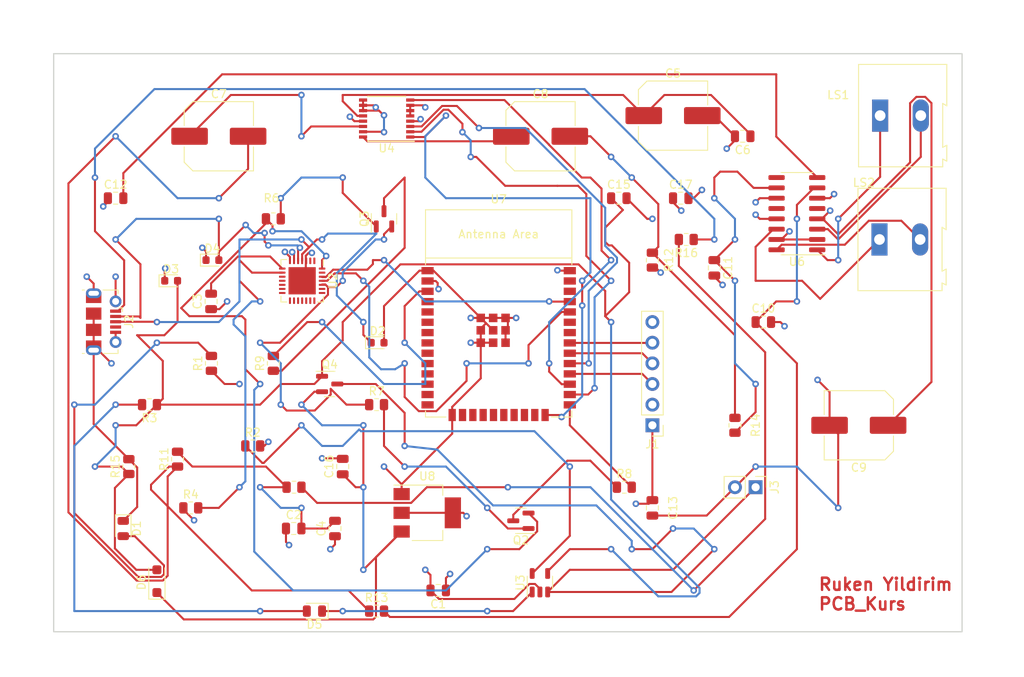
<source format=kicad_pcb>
(kicad_pcb (version 20221018) (generator pcbnew)
  (layers (0 "F.Cu" signal) (1 "In1.Cu" signal) (2 "In2.Cu" signal) (31 "B.Cu" signal) (34 "B.Paste" user) (35 "F.Paste" user) (36 "B.SilkS" user "B.Silkscreen") (37 "F.SilkS" user "F.Silkscreen") (38 "B.Mask" user) (39 "F.Mask" user) (44 "Edge.Cuts" user))
  (net 0 "")
  (net 1 "+3.3V")
  (net 2 "GND")
  (net 3 "Net-(U2-VBUS)")
  (net 4 "Net-(U4-Vref(DAC))")
  (net 5 "Net-(U4-VOUTL)")
  (net 6 "Net-(C7-Pad2)")
  (net 7 "Net-(U4-VOUTR)")
  (net 8 "Net-(C8-Pad2)")
  (net 9 "Net-(U6-INL)")
  (net 10 "Net-(U6-INR)")
  (net 11 "Net-(U6-VREF)")
  (net 12 "VBUS")
  (net 13 "Net-(D6-K)")
  (net 14 "Net-(D1-A)")
  (net 15 "Net-(D2-A1)")
  (net 16 "Net-(D4-A2)")
  (net 17 "Net-(D5-K)")
  (net 18 "Net-(D5-A)")
  (net 19 "/DISP1")
  (net 20 "/DISP2")
  (net 21 "/DISP3")
  (net 23 "Net-(J2-VBUS)")
  (net 25 "+BATT")
  (net 26 "Net-(U6-LOUT+)")
  (net 27 "Net-(U6-LOUT-)")
  (net 28 "Net-(U6-ROUT-)")
  (net 29 "Net-(U6-ROUT+)")
  (net 30 "Net-(Q2-B)")
  (net 31 "Net-(Q2-E)")
  (net 32 "Net-(Q2-C)")
  (net 33 "Net-(Q3-B)")
  (net 34 "Net-(Q3-E)")
  (net 35 "Net-(Q3-C)")
  (net 36 "Net-(U3-PROG)")
  (net 37 "Net-(U2-~{RST})")
  (net 38 "/GPIO0")
  (net 39 "/EN")
  (net 40 "Net-(R16-Pad2)")
  (net 57 "/TXD")
  (net 58 "/RXD")
  (net 60 "/GPIO1")
  (net 61 "/GPIO2")
  (net 62 "/GPIO3")
  (net 63 "/GPIO4")
  (footprint "Espressif:ESP32-WROOM-32E" (layer "F.Cu") (at 100.47 127.685)
    (fp_text reference "U7")
    (fp_text value "ESP32-WROOM-E")
  )
  (footprint "Resistor_SMD:R_0805_2012Metric" (layer "F.Cu") (at 75.2875 147.32)
    (fp_text reference "R17" hide)
    (fp_text value "47K")
  )
  (footprint "Connector_PinHeader_2.54mm:PinHeader_1x02_P2.54mm_Vertical" (layer "F.Cu") (at 132.08 147.32 -90)
    (fp_text reference "J3")
    (fp_text value "Conn_01x02_Pin")
  )
  (footprint "Resistor_SMD:R_0805_2012Metric" (layer "F.Cu") (at 85.4475 162.56)
    (fp_text reference "R13")
    (fp_text value "100")
  )
  (footprint "Resistor_SMD:R_0805_2012Metric" (layer "F.Cu") (at 57.5075 137.16 180)
    (fp_text reference "R3")
    (fp_text value "470K")
  )
  (footprint "Package_DFN_QFN:QFN-28-1EP_5x5mm_P0.5mm_EP3.35x3.35mm" (layer "F.Cu") (at 76.29 121.92 -90)
    (fp_text reference "U2")
    (fp_text value "CP2102N-Axx-xQFN28")
  )
  (footprint "Resistor_SMD:R_0805_2012Metric" (layer "F.Cu") (at 54.9675 144.78 90)
    (fp_text reference "R15")
    (fp_text value "100K")
  )
  (footprint "Capacitor_SMD:C_0805_2012Metric" (layer "F.Cu") (at 80.33 152.4 90)
    (fp_text reference "C4")
    (fp_text value "10U")
  )
  (footprint "Resistor_SMD:R_0805_2012Metric" (layer "F.Cu") (at 115.9275 147.32)
    (fp_text reference "R8")
    (fp_text value "0")
  )
  (footprint "Package_TO_SOT_SMD:SOT-223-3_TabPin2" (layer "F.Cu") (at 91.68 150.47)
    (fp_text reference "U8")
    (fp_text value "NCP1117-1.5_SOT223")
  )
  (footprint "Capacitor_SMD:C_0805_2012Metric" (layer "F.Cu") (at 53.34 111.76)
    (fp_text reference "C12")
    (fp_text value "1u")
  )
  (footprint "Package_TO_SOT_SMD:SOT-23" (layer "F.Cu") (at 103.2025 151.45 180)
    (fp_text reference "Q2")
    (fp_text value "BC817" hide)
  )
  (footprint "Connector_PinHeader_2.54mm:PinHeader_1x06_P2.54mm_Vertical" (layer "F.Cu") (at 119.38 139.7 180)
    (fp_text reference "J1")
    (fp_text value "Conn_01x06_Pin")
  )
  (footprint "Resistor_SMD:R_0805_2012Metric" (layer "F.Cu") (at 65.1275 132.08 90)
    (fp_text reference "R1")
    (fp_text value "300K")
  )
  (footprint "Capacitor_SMD:C_0805_2012Metric" (layer "F.Cu") (at 133.03 127)
    (fp_text reference "C10")
    (fp_text value "10u")
  )
  (footprint "Capacitor_SMD:C_0805_2012Metric" (layer "F.Cu") (at 65.09 124.46 90)
    (fp_text reference "C3")
    (fp_text value "1U")
  )
  (footprint "Package_TO_SOT_SMD:SOT-23" (layer "F.Cu") (at 86.36 114.3 90)
    (fp_text reference "Q3")
    (fp_text value "BC817")
  )
  (footprint "TerminalBlock:TerminalBlock_Altech_AK300-2_P5.00mm" (layer "F.Cu") (at 147.4 101.6)
    (fp_text reference "LS1")
    (fp_text value "Speaker")
  )
  (footprint "Package_SO:SSOP-16_4.4x5.2mm_P0.65mm" (layer "F.Cu") (at 86.685 101.96 180)
    (fp_text reference "U4")
    (fp_text value "UDA1334ATS")
  )
  (footprint "Capacitor_SMD:C_Elec_8x10.2" (layer "F.Cu") (at 121.92 101.6)
    (fp_text reference "C5")
    (fp_text value "47u")
  )
  (footprint "TerminalBlock:TerminalBlock_Altech_AK300-2_P5.00mm" (layer "F.Cu") (at 147.32 116.84)
    (fp_text reference "LS2")
    (fp_text value "Speaker")
  )
  (footprint "Connector_USB:USB_Micro-B_Molex-105017-0001" (layer "F.Cu") (at 51.8775 126.96 -90)
    (fp_text reference "J2")
    (fp_text value "USB_B_Micro")
  )
  (footprint "Package_TO_SOT_SMD:SOT-23" (layer "F.Cu") (at 79.6775 134.62)
    (fp_text reference "Q4")
    (fp_text value "BSS84")
  )
  (footprint "LED_SMD:LED_0805_2012Metric" (layer "F.Cu") (at 54.2775 152.4 -90)
    (fp_text reference "D1")
    (fp_text value "LED")
  )
  (footprint "Diode_SMD:D_0603_1608Metric" (layer "F.Cu") (at 65.2525 119.38)
    (fp_text reference "D4")
    (fp_text value "D_TVS")
  )
  (footprint "Resistor_SMD:R_0805_2012Metric" (layer "F.Cu") (at 123.5475 116.84 180)
    (fp_text reference "R16")
    (fp_text value "22K")
  )
  (footprint "Resistor_SMD:R_0805_2012Metric" (layer "F.Cu") (at 72.7475 114.3)
    (fp_text reference "R6")
    (fp_text value "10K")
  )
  (footprint "LED_SMD:LED_0805_2012Metric" (layer "F.Cu") (at 77.8025 162.56 180)
    (fp_text reference "D5")
    (fp_text value "LED")
  )
  (footprint "Capacitor_SMD:C_0805_2012Metric" (layer "F.Cu") (at 81.28 144.78 90)
    (fp_text reference "C16")
    (fp_text value "10U")
  )
  (footprint "Capacitor_SMD:C_0805_2012Metric" (layer "F.Cu") (at 119.38 149.86 -90)
    (fp_text reference "C13")
    (fp_text value "10u" hide)
  )
  (footprint "Package_SO:SOP-16_3.9x9.9mm_P1.27mm" (layer "F.Cu") (at 137.16 113.665 180)
    (fp_text reference "U6")
    (fp_text value "PAM8403D")
  )
  (footprint "Capacitor_SMD:C_0805_2012Metric" (layer "F.Cu") (at 93.03 160.02 180)
    (fp_text reference "C1")
    (fp_text value "10U")
  )
  (footprint "Resistor_SMD:R_0805_2012Metric" (layer "F.Cu") (at 129.54 139.7 -90)
    (fp_text reference "R14")
    (fp_text value "100")
  )
  (footprint "Capacitor_SMD:C_Elec_8x10.2" (layer "F.Cu") (at 66.04 104.14)
    (fp_text reference "C7")
    (fp_text value "47u")
  )
  (footprint "Capacitor_SMD:C_0805_2012Metric" (layer "F.Cu") (at 127 120.33 -90)
    (fp_text reference "C11")
    (fp_text value "10u")
  )
  (footprint "Capacitor_SMD:C_0805_2012Metric" (layer "F.Cu") (at 122.87 111.76)
    (fp_text reference "C17")
    (fp_text value "100n" hide)
  )
  (footprint "Package_TO_SOT_SMD:SOT-23-5" (layer "F.Cu") (at 105.5425 159.07 90)
    (fp_text reference "U3")
    (fp_text value "MCP73831-3-OT")
  )
  (footprint "Diode_SMD:D_SOD-123F" (layer "F.Cu") (at 58.42 158.88 90)
    (fp_text reference "D6")
    (fp_text value "D_Schottky")
  )
  (footprint "Resistor_SMD:R_0805_2012Metric" (layer "F.Cu") (at 62.5875 149.86)
    (fp_text reference "R4")
    (fp_text value "1K")
  )
  (footprint "Capacitor_SMD:C_Elec_8x10.2" (layer "F.Cu") (at 144.78 139.7 180)
    (fp_text reference "C9")
    (fp_text value "47u")
  )
  (footprint "Diode_SMD:D_0603_1608Metric" (layer "F.Cu") (at 85.5725 129.54)
    (fp_text reference "D2")
    (fp_text value "D_TVS")
  )
  (footprint "Resistor_SMD:R_0805_2012Metric" (layer "F.Cu") (at 60.96 143.8675 90)
    (fp_text reference "R11")
    (fp_text value "220")
  )
  (footprint "Resistor_SMD:R_0805_2012Metric" (layer "F.Cu") (at 72.7475 132.08 90)
    (fp_text reference "R9")
    (fp_text value "0")
  )
  (footprint "Capacitor_SMD:C_0805_2012Metric" (layer "F.Cu") (at 130.49 104.14 180)
    (fp_text reference "C6")
    (fp_text value "100n")
  )
  (footprint "Capacitor_SMD:C_0805_2012Metric" (layer "F.Cu") (at 115.25 111.76)
    (fp_text reference "C15")
    (fp_text value "10U")
  )
  (footprint "Resistor_SMD:R_0805_2012Metric" (layer "F.Cu") (at 119.38 119.38 -90)
    (fp_text reference "R12")
    (fp_text value "220")
  )
  (footprint "Resistor_SMD:R_0805_2012Metric" (layer "F.Cu") (at 85.4475 137.16)
    (fp_text reference "R7")
    (fp_text value "10K")
  )
  (footprint "Capacitor_SMD:C_Elec_8x10.2" (layer "F.Cu") (at 105.62 104.14)
    (fp_text reference "C8")
    (fp_text value "47u")
  )
  (footprint "Diode_SMD:D_0603_1608Metric" (layer "F.Cu") (at 60.1725 121.92)
    (fp_text reference "D3")
    (fp_text value "D_TVS")
  )
  (footprint "Resistor_SMD:R_0805_2012Metric" (layer "F.Cu") (at 70.2075 142.24)
    (fp_text reference "R2")
    (fp_text value "2K")
  )
  (footprint "Capacitor_SMD:C_0805_2012Metric" (layer "F.Cu") (at 75.25 152.4)
    (fp_text reference "C2")
    (fp_text value "1U")
  )
  (gr_rect (start 45.72 93.98) (end 157.48 165.1) (stroke (width 0.15)) (fill none) (layer "Edge.Cuts"))
  (gr_text "Ruken Yildirim\nPCB_Kurs" (at 139.7 162.56) (layer "F.Cu") (effects (font (size 1.5 1.5) (thickness 0.3) bold) (justify left bottom)))
  (segment (start 75.29 118.614725) (end 75.0655 118.390225) (width 0.25) (layer "F.Cu") (net 1))
  (segment (start 140.239705 114.3) (end 141.251674 113.288031) (width 0.25) (layer "F.Cu") (net 1))
  (segment (start 139.66 114.3) (end 140.239705 114.3) (width 0.25) (layer "F.Cu") (net 1))
  (segment (start 134.66 114.3) (end 132.588 114.3) (width 0.25) (layer "F.Cu") (net 1))
  (segment (start 117.348 149.352) (end 118.938 149.352) (width 0.25) (layer "F.Cu") (net 1))
  (segment (start 80.33 153.35) (end 80.33 154.366) (width 0.25) (layer "F.Cu") (net 1))
  (segment (start 151.085 107.358604) (end 151.085 100.065309) (width 0.25) (layer "F.Cu") (net 1))
  (segment (start 92.964 122.830498) (end 93.069502 122.936) (width 0.25) (layer "F.Cu") (net 1))
  (segment (start 80.33 154.366) (end 79.756 154.94) (width 0.25) (layer "F.Cu") (net 1))
  (segment (start 90.608701 102.285) (end 90.85885 102.034851) (width 0.25) (layer "F.Cu") (net 1))
  (segment (start 94.83 150.47) (end 96.114 150.47) (width 0.25) (layer "F.Cu") (net 1))
  (segment (start 93.98 158.496) (end 94.488 157.988) (width 0.25) (layer "F.Cu") (net 1))
  (segment (start 141.224 111.76) (end 141.732 111.252) (width 0.25) (layer "F.Cu") (net 1))
  (segment (start 153.715 134.365) (end 148.38 139.7) (width 0.25) (layer "F.Cu") (net 1))
  (segment (start 140.061751 114.3) (end 139.66 114.3) (width 0.25) (layer "F.Cu") (net 1))
  (segment (start 142.24 116.203604) (end 151.085 107.358604) (width 0.25) (layer "F.Cu") (net 1))
  (segment (start 93.98 160.02) (end 93.98 158.496) (width 0.25) (layer "F.Cu") (net 1))
  (segment (start 74.79 119.47) (end 74.79 118.986) (width 0.25) (layer "F.Cu") (net 1))
  (segment (start 140.336396 114.3) (end 142.24 116.203604) (width 0.25) (layer "F.Cu") (net 1))
  (segment (start 151.085 100.065309) (end 151.855309 99.295) (width 0.25) (layer "F.Cu") (net 1))
  (segment (start 118.938 149.352) (end 119.38 148.91) (width 0.25) (layer "F.Cu") (net 1))
  (segment (start 121.92 112.268) (end 122.936 113.284) (width 0.25) (layer "F.Cu") (net 1))
  (segment (start 66.755 134.62) (end 68.58 134.62) (width 0.25) (layer "F.Cu") (net 1))
  (segment (start 151.855309 99.295) (end 152.944691 99.295) (width 0.25) (layer "F.Cu") (net 1))
  (segment (start 152.944691 99.295) (end 153.715 100.065309) (width 0.25) (layer "F.Cu") (net 1))
  (segment (start 74.3 154.056) (end 74.676 154.432) (width 0.25) (layer "F.Cu") (net 1))
  (segment (start 61.675 150.067) (end 62.992 151.384) (width 0.25) (layer "F.Cu") (net 1))
  (segment (start 121.92 111.76) (end 121.92 112.268) (width 0.25) (layer "F.Cu") (net 1))
  (segment (start 89.585 102.285) (end 90.608701 102.285) (width 0.25) (layer "F.Cu") (net 1))
  (segment (start 82.710402 102.285) (end 82.160701 101.735299) (width 0.25) (layer "F.Cu") (net 1))
  (segment (start 74.3 152.4) (end 74.3 154.056) (width 0.25) (layer "F.Cu") (net 1))
  (segment (start 132.588 114.3) (end 132.08 113.792) (width 0.25) (layer "F.Cu") (net 1))
  (segment (start 75.29 119.47) (end 75.29 118.614725) (width 0.25) (layer "F.Cu") (net 1))
  (segment (start 92.72 121.945) (end 92.964 122.189) (width 0.25) (layer "F.Cu") (net 1))
  (segment (start 96.114 150.47) (end 96.52 150.876) (width 0.25) (layer "F.Cu") (net 1))
  (segment (start 94.83 150.47) (end 88.53 150.47) (width 0.25) (layer "F.Cu") (net 1))
  (segment (start 74.79 118.986) (end 74.168 118.364) (width 0.25) (layer "F.Cu") (net 1))
  (segment (start 83.785 102.285) (end 82.710402 102.285) (width 0.25) (layer "F.Cu") (net 1))
  (segment (start 65.1275 132.9925) (end 66.755 134.62) (width 0.25) (layer "F.Cu") (net 1))
  (segment (start 139.66 114.3) (end 140.336396 114.3) (width 0.25) (layer "F.Cu") (net 1))
  (segment (start 119.38 148.91) (end 119.38 139.7) (width 0.25) (layer "F.Cu") (net 1))
  (segment (start 61.675 149.86) (end 61.675 150.067) (width 0.25) (layer "F.Cu") (net 1))
  (segment (start 153.715 100.065309) (end 153.715 134.365) (width 0.25) (layer "F.Cu") (net 1))
  (segment (start 139.66 111.76) (end 141.224 111.76) (width 0.25) (layer "F.Cu") (net 1))
  (segment (start 92.964 122.189) (end 92.964 122.830498) (width 0.25) (layer "F.Cu") (net 1))
  (segment (start 91.72 121.945) (end 92.72 121.945) (width 0.25) (layer "F.Cu") (net 1))
  (via (at 74.168 118.364) (size 0.8) (drill 0.4) (layers "F.Cu" "B.Cu") (net 1))
  (via (at 90.85885 102.034851) (size 0.8) (drill 0.4) (layers "F.Cu" "B.Cu") (net 1))
  (via (at 96.52 150.876) (size 0.8) (drill 0.4) (layers "F.Cu" "B.Cu") (net 1))
  (via (at 79.756 154.94) (size 0.8) (drill 0.4) (layers "F.Cu" "B.Cu") (net 1))
  (via (at 74.676 154.432) (size 0.8) (drill 0.4) (layers "F.Cu" "B.Cu") (net 1))
  (via (at 82.160701 101.735299) (size 0.8) (drill 0.4) (layers "F.Cu" "B.Cu") (net 1))
  (via (at 75.0655 118.390225) (size 0.8) (drill 0.4) (layers "F.Cu" "B.Cu") (net 1))
  (via (at 94.488 157.988) (size 0.8) (drill 0.4) (layers "F.Cu" "B.Cu") (net 1))
  (via (at 62.992 151.384) (size 0.8) (drill 0.4) (layers "F.Cu" "B.Cu") (net 1))
  (via (at 132.08 113.792) (size 0.8) (drill 0.4) (layers "F.Cu" "B.Cu") (net 1))
  (via (at 93.069502 122.936) (size 0.8) (drill 0.4) (layers "F.Cu" "B.Cu") (net 1))
  (via (at 68.58 134.62) (size 0.8) (drill 0.4) (layers "F.Cu" "B.Cu") (net 1))
  (via (at 141.251674 113.288031) (size 0.8) (drill 0.4) (layers "F.Cu" "B.Cu") (net 1))
  (via (at 117.348 149.352) (size 0.8) (drill 0.4) (layers "F.Cu" "B.Cu") (net 1))
  (via (at 122.936 113.284) (size 0.8) (drill 0.4) (layers "F.Cu" "B.Cu") (net 1))
  (via (at 141.732 111.252) (size 0.8) (drill 0.4) (layers "F.Cu" "B.Cu") (net 1))
  (segment (start 83.785 100.335) (end 85.095 100.335) (width 0.25) (layer "F.Cu") (net 2))
  (segment (start 76.74 118.84) (end 77.096222 118.483778) (width 0.25) (layer "F.Cu") (net 2))
  (segment (start 133.98 127) (end 135.128 127) (width 0.25) (layer "F.Cu") (net 2))
  (segment (start 119.38 150.81) (end 126.05 150.81) (width 0.25) (layer "F.Cu") (net 2))
  (segment (start 132.588 111.76) (end 132.08 112.268) (width 0.25) (layer "F.Cu") (net 2))
  (segment (start 135.061751 116.84) (end 134.66 116.84) (width 0.25) (layer "F.Cu") (net 2))
  (segment (start 119.7845 120.2925) (end 120.396 120.904) (width 0.25) (layer "F.Cu") (net 2))
  (segment (start 86.36 125.035) (end 86.36 129.54) (width 0.25) (layer "F.Cu") (net 2))
  (segment (start 92.08 160.02) (end 93.13 161.07) (width 0.25) (layer "F.Cu") (net 2))
  (segment (start 98.9175 127.1425) (end 99.79 128.015) (width 0.25) (layer "F.Cu") (net 2))
  (segment (start 107.7465 120.675) (end 107.696 120.6245) (width 0.25) (layer "F.Cu") (net 2))
  (segment (start 50.64 122.268) (end 49.784 121.412) (width 0.25) (layer "F.Cu") (net 2))
  (segment (start 50.64 139.54) (end 50.64 130.46) (width 0.25) (layer "F.Cu") (net 2))
  (segment (start 60.96 142.955) (end 62.785 144.78) (width 0.25) (layer "F.Cu") (net 2))
  (segment (start 81.28 143.83) (end 81.214 143.764) (width 0.25) (layer "F.Cu") (net 2))
  (segment (start 65.09 125.41) (end 66.106 125.41) (width 0.25) (layer "F.Cu") (net 2))
  (segment (start 92.08 158.12) (end 91.44 157.48) (width 0.25) (layer "F.Cu") (net 2))
  (segment (start 101.6 127.73) (end 101.6 126.775) (width 0.25) (layer "F.Cu") (net 2))
  (segment (start 109.22 120.675) (end 107.7465 120.675) (width 0.25) (layer "F.Cu") (net 2))
  (segment (start 98.265 128.015) (end 98.265 129.54) (width 0.25) (layer "F.Cu") (net 2))
  (segment (start 135.128 127) (end 135.636 127.508) (width 0.25) (layer "F.Cu") (net 2))
  (segment (start 98.265 133.92) (end 98.265 129.54) (width 0.25) (layer "F.Cu") (net 2))
  (segment (start 134.66 116.84) (end 135.250941 116.84) (width 0.25) (layer "F.Cu") (net 2))
  (segment (start 141.18 139.7) (end 141.18 135.592) (width 0.25) (layer "F.Cu") (net 2))
  (segment (start 83.785 100.985) (end 85.745 100.985) (width 0.25) (layer "F.Cu") (net 2))
  (segment (start 139.66 116.84) (end 134.258249 116.84) (width 0.25) (layer "F.Cu") (net 2))
  (segment (start 76.2 152.4) (end 79.38 152.4) (width 0.25) (layer "F.Cu") (net 2))
  (segment (start 92.08 160.02) (end 92.08 158.12) (width 0.25) (layer "F.Cu") (net 2))
  (segment (start 99.79 126.49) (end 98.265 126.49) (width 0.25) (layer "F.Cu") (net 2))
  (segment (start 86.3205 101.5605) (end 86.36 101.5605) (width 0.25) (layer "F.Cu") (net 2))
  (segment (start 71.628 142.24) (end 72.136 141.732) (width 0.25) (layer "F.Cu") (net 2))
  (segment (start 55.9925 144.8925) (end 55.9925 149.7475) (width 0.25) (layer "F.Cu") (net 2))
  (segment (start 59.385 120.447) (end 59.436 120.396) (width 0.25) (layer "F.Cu") (net 2))
  (segment (start 98.9175 127.1425) (end 98.265 127.795) (width 0.25) (layer "F.Cu") (net 2))
  (segment (start 94.75 138.435) (end 94.75 137.435) (width 0.25) (layer "F.Cu") (net 2))
  (segment (start 62.785 144.78) (end 71.835 144.78) (width 0.25) (layer "F.Cu") (net 2))
  (segment (start 101.315 126.49) (end 99.79 126.49) (width 0.25) (layer "F.Cu") (net 2))
  (segment (start 85.095 100.335) (end 85.344 100.584) (width 0.25) (layer "F.Cu") (net 2))
  (segment (start 64.465 118.313) (end 64.008 117.856) (width 0.25) (layer "F.Cu") (net 2))
  (segment (start 141.18 135.592) (end 139.7 134.112) (width 0.25) (layer "F.Cu") (net 2))
  (segment (start 127 121.28) (end 127 121.412) (width 0.25) (layer "F.Cu") (net 2))
  (segment (start 86.36 144.78) (end 88.53 146.95) (width 0.25) (layer "F.Cu") (net 2))
  (segment (start 50.64 124.06) (end 50.64 122.268) (width 0.25) (layer "F.Cu") (net 2))
  (segment (start 64.465 119.38) (end 64.465 118.313) (width 0.25) (layer "F.Cu") (net 2))
  (segment (start 129.54 104.14) (end 127 101.6) (width 0.25) (layer "F.Cu") (net 2))
  (segment (start 98.265 127.795) (end 98.265 128.015) (width 0.25) (layer "F.Cu") (net 2))
  (segment (start 91.191 100.335) (end 89.585 100.335) (width 0.25) (layer "F.Cu") (net 2))
  (segment (start 134.66 111.76) (end 132.588 111.76) (width 0.25) (layer "F.Cu") (net 2))
  (segment (start 76.29 121.92) (end 76.79 121.42) (width 0.25) (layer "F.Cu") (net 2))
  (segment (start 92.45 120.675) (end 91.72 120.675) (width 0.25) (layer "F.Cu") (net 2))
  (segment (start 99.79 129.54) (end 98.265 129.54) (width 0.25) (layer "F.Cu") (net 2))
  (segment (start 98.265 126.49) (end 98.9175 127.1425) (width 0.25) (layer "F.Cu") (net 2))
  (segment (start 104.939251 159.22) (end 105.5425 159.823249) (width 0.25) (layer "F.Cu") (net 2))
  (segment (start 54.9675 143.8675) (end 50.64 139.54) (width 0.25) (layer "F.Cu") (net 2))
  (segment (start 52.39 112.202) (end 51.816 112.776) (width 0.25) (layer "F.Cu") (net 2))
  (segment (start 93.13 161.07) (end 102.395749 161.07) (width 0.25) (layer "F.Cu") (net 2))
  (segment (start 76.74 121.47) (end 76.29 121.92) (width 0.25) (layer "F.Cu") (net 2))
  (segment (start 76.2 152.4) (end 76.2 149.86) (width 0.25) (layer "F.Cu") (net 2))
  (segment (start 105.5425 159.823249) (end 105.5425 160.2075) (width 0.25) (layer "F.Cu") (net 2))
  (segment (start 124.46 111.76) (end 125.476 110.744) (width 0.25) (layer "F.Cu") (net 2))
  (segment (start 71.835 144.78) (end 74.375 147.32) (width 0.25) (layer "F.Cu") (net 2))
  (segment (start 77.096222 118.483778) (end 77.484424 118.483778) (width 0.25) (layer "F.Cu") (net 2))
  (segment (start 79.38 152.4) (end 80.33 151.45) (width 0.25) (layer "F.Cu") (net 2))
  (segment (start 81.214 143.764) (end 78.74 143.764) (width 0.25) (layer "F.Cu") (net 2))
  (segment (start 94.75 137.435) (end 98.265 133.92) (width 0.25) (layer "F.Cu") (net 2))
  (segment (start 118.74 114.3) (end 116.2 111.76) (width 0.25) (layer "F.Cu") (net 2))
  (segment (start 89.585 100.335) (end 89.585 101.635) (width 0.25) (layer "F.Cu") (net 2))
  (segment (start 127 121.412) (end 128.016 122.428) (width 0.25) (layer "F.Cu") (net 2))
  (segment (start 101.6 126.775) (end 101.315 126.49) (width 0.25) (layer "F.Cu") (net 2))
  (segment (start 88.53 146.95) (end 88.53 148.17) (width 0.25) (layer "F.Cu") (net 2))
  (segment (start 66.106 125.41) (end 67.056 124.46) (width 0.25) (layer "F.Cu") (net 2))
  (segment (start 102.395749 161.07) (end 104.245749 159.22) (width 0.25) (layer "F.Cu") (net 2))
  (segment (start 59.385 121.92) (end 59.385 120.447) (width 0.25) (layer "F.Cu") (net 2))
  (segment (start 71.12 147.32) (end 74.375 147.32) (width 0.25) (layer "F.Cu") (net 2))
  (segment (start 90.72 120.675) (end 86.36 125.035) (width 0.25) (layer "F.Cu") (net 2))
  (segment (start 94.75 140.73) (end 94.75 138.435) (width 0.25) (layer "F.Cu") (net 2))
  (segment (start 119.38 120.2925) (end 119.7845 120.2925) (width 0.25) (layer "F.Cu") (net 2))
  (segment (start 129.54 147.32) (end 132.08 144.78) (width 0.25) (layer "F.Cu") (net 2))
  (segment (start 98.265 126.49) (end 97.03 126.49) (width 0.25) (layer "F.Cu") (net 2))
  (segment (start 83.785 99.685) (end 83.785 101.075) (width 0.25) (layer "F.Cu") (net 2))
  (segment (start 50.64 125.96) (end 50.64 129.888) (width 0.25) (layer "F.Cu") (net 2))
  (segment (start 129.54 104.14) (end 129.54 104.648) (width 0.25) (layer "F.Cu") (net 2))
  (segment (start 101.315 129.54) (end 101.315 128.015) (width 0.25) (layer "F.Cu") (net 2))
  (segment (start 54.9675 143.8675) (end 55.9925 144.8925) (width 0.25) (layer "F.Cu") (net 2))
  (segment (start 52.39 111.76) (end 52.39 112.202) (width 0.25) (layer "F.Cu") (net 2))
  (segment (start 142.24 140.76) (end 141.18 139.7) (width 0.25) (layer "F.Cu") (net 2))
  (segment (start 50.64 129.888) (end 52.832 132.08) (width 0.25) (layer "F.Cu") (net 2))
  (segment (start 86.313 103.585) (end 83.785 103.585) (width 0.25) (layer "F.Cu") (net 2))
  (segment (start 104.245749 159.22) (end 104.939251 159.22) (width 0.25) (layer "F.Cu") (net 2))
  (segment (start 53.34 124.46) (end 53.34 121.412) (width 0.25) (layer "F.Cu") (net 2))
  (segment (start 123.82 111.76) (end 124.46 111.76) (width 0.25) (layer "F.Cu") (net 2))
  (segment (start 129.54 104.648) (end 128.524 105.664) (width 0.25) (layer "F.Cu") (net 2))
  (segment (start 135.250941 116.84) (end 136.249616 115.841325) (width 0.25) (layer "F.Cu") (net 2))
  (segment (start 101.315 126.49) (end 102.614 126.49) (width 0.25) (layer "F.Cu") (net 2))
  (segment (start 98.265 129.54) (end 97.028 129.54) (width 0.25) (layer "F.Cu") (net 2))
  (segment (start 126.05 150.81) (end 129.54 147.32) (width 0.25) (layer "F.Cu") (net 2))
  (segment (start 71.12 142.24) (end 71.628 142.24) (width 0.25) (layer "F.Cu") (net 2))
  (segment (start 97.03 126.49) (end 97.028 126.492) (width 0.25) (layer "F.Cu") (net 2))
  (segment (start 55.9925 149.7475) (end 54.2775 151.4625) (width 0.25) (layer "F.Cu") (net 2))
  (segment (start 91.72 120.675) (end 90.72 120.675) (width 0.25) (layer "F.Cu") (net 2))
  (segment (start 88.53 146.95) (end 94.75 140.73) (width 0.25) (layer "F.Cu") (net 2))
  (segment (start 76.74 121.47) (end 76.74 118.84) (width 0.25) (layer "F.Cu") (net 2))
  (segment (start 101.315 128.015) (end 101.6 127.73) (width 0.25) (layer "F.Cu") (net 2))
  (segment (start 119.38 114.3) (end 118.74 114.3) (width 0.25) (layer "F.Cu") (net 2))
  (segment (start 86.36 103.632) (end 86.313 103.585) (width 0.25) (layer "F.Cu") (net 2))
  (segment (start 98.265 126.49) (end 92.45 120.675) (width 0.25) (layer "F.Cu") (net 2))
  (segment (start 53.34 128.26) (end 53.34 129.46) (width 0.25) (layer "F.Cu") (net 2))
  (segment (start 91.44 100.584) (end 91.191 100.335) (width 0.25) (layer "F.Cu") (net 2))
  (segment (start 127 101.6) (end 125.52 101.6) (width 0.25) (layer "F.Cu") (net 2))
  (segment (start 85.745 100.985) (end 86.3205 101.5605) (width 0.25) (layer "F.Cu") (net 2))
  (segment (start 102.614 126.49) (end 102.616 126.492) (width 0.25) (layer "F.Cu") (net 2))
  (segment (start 142.24 149.86) (end 142.24 140.76) (width 0.25) (layer "F.Cu") (net 2))
  (via (at 102.616 126.492) (size 0.8) (drill 0.4) (layers "F.Cu" "B.Cu") (net 2))
  (via (at 59.436 120.396) (size 0.8) (drill 0.4) (layers "F.Cu" "B.Cu") (net 2))
  (via (at 76.2 149.86) (size 0.8) (drill 0.4) (layers "F.Cu" "B.Cu") (net 2))
  (via (at 128.016 122.428) (size 0.8) (drill 0.4) (layers "F.Cu" "B.Cu") (net 2))
  (via (at 86.36 103.632) (size 0.8) (drill 0.4) (layers "F.Cu" "B.Cu") (net 2))
  (via (at 77.484424 118.483778) (size 0.8) (drill 0.4) (layers "F.Cu" "B.Cu") (net 2))
  (via (at 139.7 134.112) (size 0.8) (drill 0.4) (layers "F.Cu" "B.Cu") (net 2))
  (via (at 97.028 129.54) (size 0.8) (drill 0.4) (layers "F.Cu" "B.Cu") (net 2))
  (via (at 67.056 124.46) (size 0.8) (drill 0.4) (layers "F.Cu" "B.Cu") (net 2))
  (via (at 128.524 105.664) (size 0.8) (drill 0.4) (layers "F.Cu" "B.Cu") (net 2))
  (via (at 91.44 100.584) (size 0.8) (drill 0.4) (layers "F.Cu" "B.Cu") (net 2))
  (via (at 91.44 157.48) (size 0.8) (drill 0.4) (layers "F.Cu" "B.Cu") (net 2))
  (via (at 51.816 112.776) (size 0.8) (drill 0.4) (layers "F.Cu" "B.Cu") (net 2))
  (via (at 135.636 127.508) (size 0.8) (drill 0.4) (layers "F.Cu" "B.Cu") (net 2))
  (via (at 107.696 120.6245) (size 0.8) (drill 0.4) (layers "F.Cu" "B.Cu") (net 2))
  (via (at 52.832 132.08) (size 0.8) (drill 0.4) (layers "F.Cu" "B.Cu") (net 2))
  (via (at 120.396 120.904) (size 0.8) (drill 0.4) (layers "F.Cu" "B.Cu") (net 2))
  (via (at 72.136 141.732) (size 0.8) (drill 0.4) (layers "F.Cu" "B.Cu") (net 2))
  (via (at 132.08 144.78) (size 0.8) (drill 0.4) (layers "F.Cu" "B.Cu") (net 2))
  (via (at 64.008 117.856) (size 0.8) (drill 0.4) (layers "F.Cu" "B.Cu") (net 2))
  (via (at 86.36 144.78) (size 0.8) (drill 0.4) (layers "F.Cu" "B.Cu") (net 2))
  (via (at 53.34 121.412) (size 0.8) (drill 0.4) (layers "F.Cu" "B.Cu") (net 2))
  (via (at 49.784 121.412) (size 0.8) (drill 0.4) (layers "F.Cu" "B.Cu") (net 2))
  (via (at 97.028 126.492) (size 0.8) (drill 0.4) (layers "F.Cu" "B.Cu") (net 2))
  (via (at 132.08 112.268) (size 0.8) (drill 0.4) (layers "F.Cu" "B.Cu") (net 2))
  (via (at 125.476 110.744) (size 0.8) (drill 0.4) (layers "F.Cu" "B.Cu") (net 2))
  (via (at 142.24 149.86) (size 0.8) (drill 0.4) (layers "F.Cu" "B.Cu") (net 2))
  (via (at 85.344 100.584) (size 0.8) (drill 0.4) (layers "F.Cu" "B.Cu") (net 2))
  (via (at 71.12 147.32) (size 0.8) (drill 0.4) (layers "F.Cu" "B.Cu") (net 2))
  (via (at 78.74 143.764) (size 0.8) (drill 0.4) (layers "F.Cu" "B.Cu") (net 2))
  (via (at 86.36 101.5605) (size 0.8) (drill 0.4) (layers "F.Cu" "B.Cu") (net 2))
  (via (at 119.38 114.3) (size 0.8) (drill 0.4) (layers "F.Cu" "B.Cu") (net 2))
  (via (at 136.249616 115.841325) (size 0.8) (drill 0.4) (layers "F.Cu" "B.Cu") (net 2))
  (segment (start 132.08 144.78) (end 137.16 144.78) (width 0.25) (layer "B.Cu") (net 2))
  (segment (start 73.66 149.86) (end 71.12 147.32) (width 0.25) (layer "B.Cu") (net 2))
  (segment (start 76.2 149.86) (end 73.66 149.86) (width 0.25) (layer "B.Cu") (net 2))
  (segment (start 137.16 144.78) (end 142.24 149.86) (width 0.25) (layer "B.Cu") (net 2))
  (segment (start 86.36 101.5605) (end 86.36 103.632) (width 0.25) (layer "B.Cu") (net 2))
  (segment (start 72.35 118.93) (end 68.393604 118.93) (width 0.25) (layer "F.Cu") (net 3))
  (segment (start 68.393604 118.93) (end 65.09 122.233604) (width 0.25) (layer "F.Cu") (net 3))
  (segment (start 65.09 122.233604) (end 65.09 123.51) (width 0.25) (layer "F.Cu") (net 3))
  (segment (start 73.84 120.42) (end 72.35 118.93) (width 0.25) (layer "F.Cu") (net 3))
  (segment (start 118.32 101.6) (end 115.78 99.06) (width 0.25) (layer "F.Cu") (net 4))
  (segment (start 81.28 99.83) (end 83.085 101.635) (width 0.25) (layer "F.Cu") (net 4))
  (segment (start 126.593172 99.06) (end 120.86 99.06) (width 0.25) (layer "F.Cu") (net 4))
  (segment (start 131.44 104.14) (end 131.44 103.906828) (width 0.25) (layer "F.Cu") (net 4))
  (segment (start 131.44 103.906828) (end 126.593172 99.06) (width 0.25) (layer "F.Cu") (net 4))
  (segment (start 120.86 99.06) (end 118.32 101.6) (width 0.25) (layer "F.Cu") (net 4))
  (segment (start 81.28 99.06) (end 81.28 99.83) (width 0.25) (layer "F.Cu") (net 4))
  (segment (start 83.085 101.635) (end 83.785 101.635) (width 0.25) (layer "F.Cu") (net 4))
  (segment (start 115.78 99.06) (end 81.28 99.06) (width 0.25) (layer "F.Cu") (net 4))
  (segment (start 77.405 102.935) (end 83.785 102.935) (width 0.25) (layer "F.Cu") (net 5))
  (segment (start 62.44 104.14) (end 67.52 99.06) (width 0.25) (layer "F.Cu") (net 5))
  (segment (start 76.2 104.14) (end 77.405 102.935) (width 0.25) (layer "F.Cu") (net 5))
  (segment (start 67.52 99.06) (end 76.2 99.06) (width 0.25) (layer "F.Cu") (net 5))
  (via (at 76.2 99.06) (size 0.8) (drill 0.4) (layers "F.Cu" "B.Cu") (net 5))
  (via (at 76.2 104.14) (size 0.8) (drill 0.4) (layers "F.Cu" "B.Cu") (net 5))
  (segment (start 76.2 99.06) (end 76.2 104.14) (width 0.25) (layer "B.Cu") (net 5))
  (segment (start 81.995 160.02) (end 84.535 162.56) (width 0.25) (layer "F.Cu") (net 6))
  (segment (start 59.745 158.204569) (end 59.144569 158.805) (width 0.25) (layer "F.Cu") (net 6))
  (segment (start 57.695 147.019695) (end 57.695 147.620305) (width 0.25) (layer "F.Cu") (net 6))
  (segment (start 47.535 109.945) (end 53.34 104.14) (width 0.25) (layer "F.Cu") (net 6))
  (segment (start 59.144569 158.805) (end 55.932208 158.805) (width 0.25) (layer "F.Cu") (net 6))
  (segment (start 47.535 150.407792) (end 47.535 109.945) (width 0.25) (layer "F.Cu") (net 6))
  (segment (start 66.04 111.76) (end 69.64 108.16) (width 0.25) (layer "F.Cu") (net 6))
  (segment (start 55.932208 158.805) (end 47.535 150.407792) (width 0.25) (layer "F.Cu") (net 6))
  (segment (start 59.745 145.995) (end 59.745 158.204569) (width 0.25) (layer "F.Cu") (net 6))
  (segment (start 59.934695 144.78) (end 57.695 147.019695) (width 0.25) (layer "F.Cu") (net 6))
  (segment (start 57.695 147.620305) (end 70.094695 160.02) (width 0.25) (layer "F.Cu") (net 6))
  (segment (start 69.64 108.16) (end 69.64 104.14) (width 0.25) (layer "F.Cu") (net 6))
  (segment (start 70.094695 160.02) (end 81.995 160.02) (width 0.25) (layer "F.Cu") (net 6))
  (segment (start 60.96 144.78) (end 59.745 145.995) (width 0.25) (layer "F.Cu") (net 6))
  (segment (start 60.96 144.78) (end 59.934695 144.78) (width 0.25) (layer "F.Cu") (net 6))
  (via (at 66.04 111.76) (size 0.8) (drill 0.4) (layers "F.Cu" "B.Cu") (net 6))
  (via (at 53.34 104.14) (size 0.8) (drill 0.4) (layers "F.Cu" "B.Cu") (net 6))
  (segment (start 53.34 104.14) (end 60.96 111.76) (width 0.25) (layer "B.Cu") (net 6))
  (segment (start 60.96 111.76) (end 66.04 111.76) (width 0.25) (layer "B.Cu") (net 6))
  (segment (start 83.785 104.235) (end 84.31 104.76) (width 0.25) (layer "F.Cu") (net 7))
  (segment (start 101.4 104.76) (end 102.02 104.14) (width 0.25) (layer "F.Cu") (net 7))
  (segment (start 84.31 104.76) (end 101.4 104.76) (width 0.25) (layer "F.Cu") (net 7))
  (segment (start 129.54 128.6275) (end 119.38 118.4675) (width 0.25) (layer "F.Cu") (net 8))
  (segment (start 129.54 138.7875) (end 129.54 128.6275) (width 0.25) (layer "F.Cu") (net 8))
  (segment (start 111.76 104.14) (end 109.22 104.14) (width 0.25) (layer "F.Cu") (net 8))
  (segment (start 119.38 118.4675) (end 120.105 117.7425) (width 0.25) (layer "F.Cu") (net 8))
  (segment (start 120.105 117.7425) (end 120.105 112.485) (width 0.25) (layer "F.Cu") (net 8))
  (segment (start 120.105 112.485) (end 116.84 109.22) (width 0.25) (layer "F.Cu") (net 8))
  (segment (start 114.3 106.68) (end 111.76 104.14) (width 0.25) (layer "F.Cu") (net 8))
  (via (at 116.84 109.22) (size 0.8) (drill 0.4) (layers "F.Cu" "B.Cu") (net 8))
  (via (at 114.3 106.68) (size 0.8) (drill 0.4) (layers "F.Cu" "B.Cu") (net 8))
  (segment (start 116.84 109.22) (end 114.3 106.68) (width 0.25) (layer "B.Cu") (net 8))
  (segment (start 128.815 163.285) (end 137.16 154.94) (width 0.25) (layer "F.Cu") (net 9))
  (segment (start 137.16 112.588249) (end 137.16 114.3) (width 0.25) (layer "F.Cu") (net 9))
  (segment (start 134.62 124.46) (end 132.08 127) (width 0.25) (layer "F.Cu") (net 9))
  (segment (start 139.258249 110.49) (end 137.16 112.588249) (width 0.25) (layer "F.Cu") (net 9))
  (segment (start 86.36 162.56) (end 87.085 163.285) (width 0.25) (layer "F.Cu") (net 9))
  (segment (start 87.085 163.285) (end 128.815 163.285) (width 0.25) (layer "F.Cu") (net 9))
  (segment (start 139.66 110.49) (end 139.258249 110.49) (width 0.25) (layer "F.Cu") (net 9))
  (segment (start 137.16 132.08) (end 132.08 127) (width 0.25) (layer "F.Cu") (net 9))
  (segment (start 137.16 124.46) (end 134.62 124.46) (width 0.25) (layer "F.Cu") (net 9))
  (segment (start 137.16 154.94) (end 137.16 132.08) (width 0.25) (layer "F.Cu") (net 9))
  (via (at 137.16 114.3) (size 0.8) (drill 0.4) (layers "F.Cu" "B.Cu") (net 9))
  (via (at 137.16 124.46) (size 0.8) (drill 0.4) (layers "F.Cu" "B.Cu") (net 9))
  (segment (start 137.16 114.3) (end 137.16 124.46) (width 0.25) (layer "B.Cu") (net 9))
  (segment (start 134.66 110.49) (end 131.835305 110.49) (width 0.25) (layer "F.Cu") (net 10))
  (segment (start 131.835305 110.49) (end 129.840305 108.495) (width 0.25) (layer "F.Cu") (net 10))
  (segment (start 127.725 108.495) (end 127 109.22) (width 0.25) (layer "F.Cu") (net 10))
  (segment (start 129.54 116.84) (end 127 119.38) (width 0.25) (layer "F.Cu") (net 10))
  (segment (start 129.54 140.6125) (end 132.08 138.0725) (width 0.25) (layer "F.Cu") (net 10))
  (segment (start 127 109.22) (end 127 111.76) (width 0.25) (layer "F.Cu") (net 10))
  (segment (start 132.08 138.0725) (end 132.08 134.62) (width 0.25) (layer "F.Cu") (net 10))
  (segment (start 129.54 121.92) (end 127 119.38) (width 0.25) (layer "F.Cu") (net 10))
  (segment (start 129.840305 108.495) (end 127.725 108.495) (width 0.25) (layer "F.Cu") (net 10))
  (via (at 127 111.76) (size 0.8) (drill 0.4) (layers "F.Cu" "B.Cu") (net 10))
  (via (at 132.08 134.62) (size 0.8) (drill 0.4) (layers "F.Cu" "B.Cu") (net 10))
  (via (at 129.54 116.84) (size 0.8) (drill 0.4) (layers "F.Cu" "B.Cu") (net 10))
  (via (at 129.54 121.92) (size 0.8) (drill 0.4) (layers "F.Cu" "B.Cu") (net 10))
  (segment (start 132.08 134.62) (end 129.54 132.08) (width 0.25) (layer "B.Cu") (net 10))
  (segment (start 129.54 114.3) (end 129.54 116.84) (width 0.25) (layer "B.Cu") (net 10))
  (segment (start 129.54 132.08) (end 129.54 121.92) (width 0.25) (layer "B.Cu") (net 10))
  (segment (start 127 111.76) (end 129.54 114.3) (width 0.25) (layer "B.Cu") (net 10))
  (segment (start 54.29 111.76) (end 54.29 108.676828) (width 0.25) (layer "F.Cu") (net 11))
  (segment (start 134.62 96.52) (end 134.62 104.18) (width 0.25) (layer "F.Cu") (net 11))
  (segment (start 134.62 104.18) (end 139.66 109.22) (width 0.25) (layer "F.Cu") (net 11))
  (segment (start 66.446828 96.52) (end 134.62 96.52) (width 0.25) (layer "F.Cu") (net 11))
  (segment (start 54.29 108.676828) (end 66.446828 96.52) (width 0.25) (layer "F.Cu") (net 11))
  (segment (start 113.575 126.275) (end 114.3 127) (width 0.25) (layer "F.Cu") (net 12))
  (segment (start 55.88 157.48) (end 58.42 157.48) (width 0.25) (layer "F.Cu") (net 12))
  (segment (start 53.2525 154.8525) (end 55.88 157.48) (width 0.25) (layer "F.Cu") (net 12))
  (segment (start 110.295 119.9) (end 88.38 119.9) (width 0.25) (layer "F.Cu") (net 12))
  (segment (start 114.388604 117.565) (end 116.521802 119.698198) (width 0.25) (layer "F.Cu") (net 12))
  (segment (start 115.75 113.21) (end 113.575 115.385) (width 0.25) (layer "F.Cu") (net 12))
  (segment (start 116.521802 123.328198) (end 113.575 126.275) (width 0.25) (layer "F.Cu") (net 12))
  (segment (start 88.38 119.9) (end 81.28 127) (width 0.25) (layer "F.Cu") (net 12))
  (segment (start 113.575 117.140305) (end 113.999695 117.565) (width 0.25) (layer "F.Cu") (net 12))
  (segment (start 114.3 154.94) (end 109.22 154.94) (width 0.25) (layer "F.Cu") (net 12))
  (segment (start 54.055 144.78) (end 50.8 144.78) (width 0.25) (layer "F.Cu") (net 12))
  (segment (start 114.3 111.76) (end 115.75 113.21) (width 0.25) (layer "F.Cu") (net 12))
  (segment (start 78.74 131.805) (end 78.74 133.67) (width 0.25) (layer "F.Cu") (net 12))
  (segment (start 53.2525 147.4075) (end 53.2525 154.8525) (width 0.25) (layer "F.Cu") (net 12))
  (segment (start 109.22 154.94) (end 106.68 157.48) (width 0.25) (layer "F.Cu") (net 12))
  (segment (start 81.28 127) (end 81.28 129.265) (width 0.25) (layer "F.Cu") (net 12))
  (segment (start 54.9675 145.6925) (end 53.2525 147.4075) (width 0.25) (layer "F.Cu") (net 12))
  (segment (start 113.999695 117.565) (end 114.388604 117.565) (width 0.25) (layer "F.Cu") (net 12))
  (segment (start 59.145 131.779695) (end 59.145 136.435) (width 0.25) (layer "F.Cu") (net 12))
  (segment (start 73.66 134.62) (end 77.79 134.62) (width 0.25) (layer "F.Cu") (net 12))
  (segment (start 71.12 137.16) (end 73.66 134.62) (width 0.25) (layer "F.Cu") (net 12))
  (segment (start 77.79 134.62) (end 78.74 133.67) (width 0.25) (layer "F.Cu") (net 12))
  (segment (start 58.42 137.16) (end 71.12 137.16) (width 0.25) (layer "F.Cu") (net 12))
  (segment (start 60.96 127) (end 59.338909 128.621091) (width 0.25) (layer "F.Cu") (net 12))
  (segment (start 55.986396 128.621091) (end 59.145 131.779695) (width 0.25) (layer "F.Cu") (net 12))
  (segment (start 59.145 136.435) (end 58.42 137.16) (width 0.25) (layer "F.Cu") (net 12))
  (segment (start 53.34 139.7) (end 55.88 139.7) (width 0.25) (layer "F.Cu") (net 12))
  (segment (start 60.96 121.92) (end 60.96 127) (width 0.25) (layer "F.Cu") (net 12))
  (segment (start 54.9675 145.6925) (end 54.055 144.78) (width 0.25) (layer "F.Cu") (net 12))
  (segment (start 116.521802 119.698198) (end 116.521802 123.328198) (width 0.25) (layer "F.Cu") (net 12))
  (segment (start 113.575 126.275) (end 113.575 123.18) (width 0.25) (layer "F.Cu") (net 12))
  (segment (start 113.575 123.18) (end 110.295 119.9) (width 0.25) (layer "F.Cu") (net 12))
  (segment (start 81.28 129.265) (end 78.74 131.805) (width 0.25) (layer "F.Cu") (net 12))
  (segment (start 55.88 139.7) (end 58.42 137.16) (width 0.25) (layer "F.Cu") (net 12))
  (segment (start 59.338909 128.621091) (end 55.986396 128.621091) (width 0.25) (layer "F.Cu") (net 12))
  (segment (start 113.575 115.385) (end 113.575 117.140305) (width 0.25) (layer "F.Cu") (net 12))
  (via (at 114.3 127) (size 0.8) (drill 0.4) (layers "F.Cu" "B.Cu") (net 12))
  (via (at 50.8 144.78) (size 0.8) (drill 0.4) (layers "F.Cu" "B.Cu") (net 12))
  (via (at 53.34 139.7) (size 0.8) (drill 0.4) (layers "F.Cu" "B.Cu") (net 12))
  (via (at 114.3 154.94) (size 0.8) (drill 0.4) (layers "F.Cu" "B.Cu") (net 12))
  (segment (start 114.3 148.834695) (end 125.185 159.719695) (width 0.25) (layer "B.Cu") (net 12))
  (segment (start 50.8 144.78) (end 53.34 142.24) (width 0.25) (layer "B.Cu") (net 12))
  (segment (start 124.760305 160.745) (end 120.105 160.745) (width 0.25) (layer "B.Cu") (net 12))
  (segment (start 125.185 160.320305) (end 124.760305 160.745) (width 0.25) (layer "B.Cu") (net 12))
  (segment (start 114.3 127) (end 114.3 148.834695) (width 0.25) (layer "B.Cu") (net 12))
  (segment (start 120.105 160.745) (end 114.3 154.94) (width 0.25) (layer "B.Cu") (net 12))
  (segment (start 125.185 159.719695) (end 125.185 160.320305) (width 0.25) (layer "B.Cu") (net 12))
  (segment (start 53.34 142.24) (end 53.34 139.7) (width 0.25) (layer "B.Cu") (net 12))
  (segment (start 58.42 160.28) (end 61.725 163.585) (width 0.25) (layer "F.Cu") (net 13))
  (segment (start 85.3725 155.9275) (end 88.53 152.77) (width 0.25) (layer "F.Cu") (net 13))
  (segment (start 81.28 145.73) (end 82.87 147.32) (width 0.25) (layer "F.Cu") (net 13))
  (segment (start 83.82 157.48) (end 88.53 152.77) (width 0.25) (layer "F.Cu") (net 13))
  (segment (start 61.725 163.585) (end 85.035673 163.585) (width 0.25) (layer "F.Cu") (net 13))
  (segment (start 82.87 147.32) (end 83.82 147.32) (width 0.25) (layer "F.Cu") (net 13))
  (segment (start 85.035673 163.585) (end 85.3725 163.248173) (width 0.25) (layer "F.Cu") (net 13))
  (segment (start 78.74 135.57) (end 77.79 135.57) (width 0.25) (layer "F.Cu") (net 13))
  (segment (start 83.82 139.7) (end 83.82 147.32) (width 0.25) (layer "F.Cu") (net 13))
  (segment (start 85.3725 163.248173) (end 85.3725 155.9275) (width 0.25) (layer "F.Cu") (net 13))
  (segment (start 77.79 135.57) (end 76.2 137.16) (width 0.25) (layer "F.Cu") (net 13))
  (via (at 83.82 157.48) (size 0.8) (drill 0.4) (layers "F.Cu" "B.Cu") (net 13))
  (via (at 83.82 139.7) (size 0.8) (drill 0.4) (layers "F.Cu" "B.Cu") (net 13))
  (via (at 83.82 147.32) (size 0.8) (drill 0.4) (layers "F.Cu" "B.Cu") (net 13))
  (via (at 76.2 137.16) (size 0.8) (drill 0.4) (layers "F.Cu" "B.Cu") (net 13))
  (segment (start 76.2 137.16) (end 78.74 139.7) (width 0.25) (layer "B.Cu") (net 13))
  (segment (start 83.82 147.32) (end 83.82 157.48) (width 0.25) (layer "B.Cu") (net 13))
  (segment (start 78.74 139.7) (end 83.82 139.7) (width 0.25) (layer "B.Cu") (net 13))
  (segment (start 58.42 129.54) (end 63.5 129.54) (width 0.25) (layer "F.Cu") (net 14))
  (segment (start 54.2775 153.3375) (end 55.690673 153.3375) (width 0.25) (layer "F.Cu") (net 14))
  (segment (start 55.690673 153.3375) (end 59.295 156.941827) (width 0.25) (layer "F.Cu") (net 14))
  (segment (start 63.5 129.54) (end 65.1275 131.1675) (width 0.25) (layer "F.Cu") (net 14))
  (segment (start 48.26 150.496396) (end 48.26 137.16) (width 0.25) (layer "F.Cu") (net 14))
  (segment (start 56.118604 158.355) (end 48.26 150.496396) (width 0.25) (layer "F.Cu") (net 14))
  (segment (start 59.295 156.941827) (end 59.295 158.018173) (width 0.25) (layer "F.Cu") (net 14))
  (segment (start 58.958173 158.355) (end 56.118604 158.355) (width 0.25) (layer "F.Cu") (net 14))
  (segment (start 59.295 158.018173) (end 58.958173 158.355) (width 0.25) (layer "F.Cu") (net 14))
  (via (at 48.26 137.16) (size 0.8) (drill 0.4) (layers "F.Cu" "B.Cu") (net 14))
  (via (at 58.42 129.54) (size 0.8) (drill 0.4) (layers "F.Cu" "B.Cu") (net 14))
  (segment (start 50.8 137.16) (end 58.42 129.54) (width 0.25) (layer "B.Cu") (net 14))
  (segment (start 48.26 137.16) (end 50.8 137.16) (width 0.25) (layer "B.Cu") (net 14))
  (segment (start 78.103604 116.84) (end 78.74 116.84) (width 0.25) (layer "F.Cu") (net 15))
  (segment (start 76.2 116.84) (end 77.151802 117.791802) (width 0.25) (layer "F.Cu") (net 15))
  (segment (start 76.29 119.47) (end 76.29 118.653604) (width 0.25) (layer "F.Cu") (net 15))
  (segment (start 53.34 126.96) (end 58.38 126.96) (width 0.25) (layer "F.Cu") (net 15))
  (segment (start 83.82 127) (end 83.82 128.575) (width 0.25) (layer "F.Cu") (net 15))
  (segment (start 58.38 126.96) (end 58.42 127) (width 0.25) (layer "F.Cu") (net 15))
  (segment (start 76.29 118.653604) (end 78.103604 116.84) (width 0.25) (layer "F.Cu") (net 15))
  (segment (start 77.151802 117.791802) (end 76.29 118.653604) (width 0.25) (layer "F.Cu") (net 15))
  (segment (start 83.82 128.575) (end 84.785 129.54) (width 0.25) (layer "F.Cu") (net 15))
  (via (at 78.74 116.84) (size 0.8) (drill 0.4) (layers "F.Cu" "B.Cu") (net 15))
  (via (at 83.82 127) (size 0.8) (drill 0.4) (layers "F.Cu" "B.Cu") (net 15))
  (via (at 76.2 116.84) (size 0.8) (drill 0.4) (layers "F.Cu" "B.Cu") (net 15))
  (via (at 58.42 127) (size 0.8) (drill 0.4) (layers "F.Cu" "B.Cu") (net 15))
  (segment (start 66.04 127) (end 68.58 124.46) (width 0.25) (layer "B.Cu") (net 15))
  (segment (start 58.42 127) (end 66.04 127) (width 0.25) (layer "B.Cu") (net 15))
  (segment (start 79.465 116.115) (end 85.423299 116.115) (width 0.25) (layer "B.Cu") (net 15))
  (segment (start 68.58 124.46) (end 68.58 116.84) (width 0.25) (layer "B.Cu") (net 15))
  (segment (start 78.74 116.84) (end 79.465 116.115) (width 0.25) (layer "B.Cu") (net 15))
  (segment (start 80.555 120.983299) (end 80.555 123.735) (width 0.25) (layer "B.Cu") (net 15))
  (segment (start 85.423299 116.115) (end 80.555 120.983299) (width 0.25) (layer "B.Cu") (net 15))
  (segment (start 68.58 116.84) (end 76.2 116.84) (width 0.25) (layer "B.Cu") (net 15))
  (segment (start 80.555 123.735) (end 83.82 127) (width 0.25) (layer "B.Cu") (net 15))
  (segment (start 71.668791 116.043016) (end 71.668791 117.097291) (width 0.25) (layer "F.Cu") (net 16))
  (segment (start 66.04 118.354695) (end 69.337348 115.057347) (width 0.25) (layer "F.Cu") (net 16))
  (segment (start 56.395 126.485) (end 56.395 119.895) (width 0.25) (layer "F.Cu") (net 16))
  (segment (start 71.668791 117.097291) (end 72.136 117.5645) (width 0.25) (layer "F.Cu") (net 16))
  (segment (start 66.04 114.3) (end 66.04 119.38) (width 0.25) (layer "F.Cu") (net 16))
  (segment (start 76.0145 117.856) (end 75.79 118.0805) (width 0.25) (layer "F.Cu") (net 16))
  (segment (start 75.79 118.0805) (end 75.79 119.47) (width 0.25) (layer "F.Cu") (net 16))
  (segment (start 56.395 126.485) (end 56.22 126.31) (width 0.25) (layer "F.Cu") (net 16))
  (segment (start 56.395 119.895) (end 53.34 116.84) (width 0.25) (layer "F.Cu") (net 16))
  (segment (start 66.04 119.38) (end 66.04 118.354695) (width 0.25) (layer "F.Cu") (net 16))
  (segment (start 56.22 126.31) (end 53.34 126.31) (width 0.25) (layer "F.Cu") (net 16))
  (via (at 71.668791 116.043016) (size 0.8) (drill 0.4) (layers "F.Cu" "B.Cu") (net 16))
  (via (at 69.337348 115.057347) (size 0.8) (drill 0.4) (layers "F.Cu" "B.Cu") (net 16))
  (via (at 66.04 114.3) (size 0.8) (drill 0.4) (layers "F.Cu" "B.Cu") (net 16))
  (via (at 72.136 117.5645) (size 0.8) (drill 0.4) (layers "F.Cu" "B.Cu") (net 16))
  (via (at 53.34 116.84) (size 0.8) (drill 0.4) (layers "F.Cu" "B.Cu") (net 16))
  (via (at 76.0145 117.856) (size 0.8) (drill 0.4) (layers "F.Cu" "B.Cu") (net 16))
  (segment (start 69.337348 115.057347) (end 70.323017 116.043016) (width 0.25) (layer "B.Cu") (net 16))
  (segment (start 72.136 117.5645) (end 75.723 117.5645) (width 0.25) (layer "B.Cu") (net 16))
  (segment (start 75.723 117.5645) (end 76.0145 117.856) (width 0.25) (layer "B.Cu") (net 16))
  (segment (start 53.34 116.84) (end 55.88 114.3) (width 0.25) (layer "B.Cu") (net 16))
  (segment (start 55.88 114.3) (end 66.04 114.3) (width 0.25) (layer "B.Cu") (net 16))
  (segment (start 70.323017 116.043016) (end 71.668791 116.043016) (width 0.25) (layer "B.Cu") (net 16))
  (segment (start 78.74 162.56) (end 81.28 162.56) (width 0.25) (layer "F.Cu") (net 17))
  (segment (start 102.24 162.56) (end 104.5925 160.2075) (width 0.25) (layer "F.Cu") (net 17))
  (segment (start 99.06 162.56) (end 102.24 162.56) (width 0.25) (layer "F.Cu") (net 17))
  (via (at 81.28 162.56) (size 0.8) (drill 0.4) (layers "F.Cu" "B.Cu") (net 17))
  (via (at 99.06 162.56) (size 0.8) (drill 0.4) (layers "F.Cu" "B.Cu") (net 17))
  (segment (start 81.28 162.56) (end 99.06 162.56) (width 0.25) (layer "B.Cu") (net 17))
  (segment (start 56.595 137.16) (end 53.34 137.16) (width 0.25) (layer "F.Cu") (net 18))
  (segment (start 71.12 162.56) (end 76.865 162.56) (width 0.25) (layer "F.Cu") (net 18))
  (via (at 71.12 162.56) (size 0.8) (drill 0.4) (layers "F.Cu" "B.Cu") (net 18))
  (via (at 53.34 137.16) (size 0.8) (drill 0.4) (layers "F.Cu" "B.Cu") (net 18))
  (segment (start 48.26 142.24) (end 48.26 162.56) (width 0.25) (layer "B.Cu") (net 18))
  (segment (start 53.34 137.16) (end 48.26 142.24) (width 0.25) (layer "B.Cu") (net 18))
  (segment (start 48.26 162.56) (end 71.12 162.56) (width 0.25) (layer "B.Cu") (net 18))
  (segment (start 118.135 133.375) (end 119.38 134.62) (width 0.25) (layer "F.Cu") (net 19))
  (segment (start 109.22 133.375) (end 118.135 133.375) (width 0.25) (layer "F.Cu") (net 19))
  (segment (start 118.135 130.835) (end 119.38 132.08) (width 0.25) (layer "F.Cu") (net 20))
  (segment (start 109.22 130.835) (end 118.135 130.835) (width 0.25) (layer "F.Cu") (net 20))
  (segment (start 109.22 129.565) (end 119.355 129.565) (width 0.25) (layer "F.Cu") (net 21))
  (segment (start 119.355 129.565) (end 119.38 129.54) (width 0.25) (layer "F.Cu") (net 21))
  (segment (start 54.39 124.894925) (end 54.39 119.404695) (width 0.25) (layer "F.Cu") (net 23))
  (segment (start 53.624925 125.66) (end 54.39 124.894925) (width 0.25) (layer "F.Cu") (net 23))
  (segment (start 54.39 119.404695) (end 50.8 115.814695) (width 0.25) (layer "F.Cu") (net 23))
  (segment (start 127 116.84) (end 124.46 116.84) (width 0.25) (layer "F.Cu") (net 23))
  (segment (start 53.34 125.66) (end 53.624925 125.66) (width 0.25) (layer "F.Cu") (net 23))
  (segment (start 50.8 115.814695) (end 50.8 109.22) (width 0.25) (layer "F.Cu") (net 23))
  (via (at 127 116.84) (size 0.8) (drill 0.4) (layers "F.Cu" "B.Cu") (net 23))
  (via (at 50.8 109.22) (size 0.8) (drill 0.4) (layers "F.Cu" "B.Cu") (net 23))
  (segment (start 50.8 109.22) (end 50.8 105.654695) (width 0.25) (layer "B.Cu") (net 23))
  (segment (start 127 114.3) (end 127 116.84) (width 0.25) (layer "B.Cu") (net 23))
  (segment (start 50.8 105.654695) (end 58.119695 98.335) (width 0.25) (layer "B.Cu") (net 23))
  (segment (start 111.035 98.335) (end 127 114.3) (width 0.25) (layer "B.Cu") (net 23))
  (segment (start 58.119695 98.335) (end 111.035 98.335) (width 0.25) (layer "B.Cu") (net 23))
  (segment (start 88.9 138.174327) (end 85.345673 134.62) (width 0.25) (layer "F.Cu") (net 25))
  (segment (start 121.92 152.4) (end 119.38 154.94) (width 0.25) (layer "F.Cu") (net 25))
  (segment (start 109.22 157.48) (end 121.92 157.48) (width 0.25) (layer "F.Cu") (net 25))
  (segment (start 119.38 154.94) (end 116.84 154.94) (width 0.25) (layer "F.Cu") (net 25))
  (segment (start 106.4925 160.2075) (end 121.7325 160.2075) (width 0.25) (layer "F.Cu") (net 25))
  (segment (start 106.4925 160.2075) (end 109.22 157.48) (width 0.25) (layer "F.Cu") (net 25))
  (segment (start 121.7325 160.2075) (end 127 154.94) (width 0.25) (layer "F.Cu") (net 25))
  (segment (start 121.92 157.48) (end 132.08 147.32) (width 0.25) (layer "F.Cu") (net 25))
  (segment (start 85.345673 134.62) (end 80.615 134.62) (width 0.25) (layer "F.Cu") (net 25))
  (segment (start 88.9 142.24) (end 88.9 138.174327) (width 0.25) (layer "F.Cu") (net 25))
  (via (at 88.9 142.24) (size 0.8) (drill 0.4) (layers "F.Cu" "B.Cu") (net 25))
  (via (at 127 154.94) (size 0.8) (drill 0.4) (layers "F.Cu" "B.Cu") (net 25))
  (via (at 121.92 152.4) (size 0.8) (drill 0.4) (layers "F.Cu" "B.Cu") (net 25))
  (via (at 116.84 154.94) (size 0.8) (drill 0.4) (layers "F.Cu" "B.Cu") (net 25))
  (segment (start 116.84 153.914695) (end 112.485 149.559695) (width 0.25) (layer "B.Cu") (net 25))
  (segment (start 99.785 149.559695) (end 92.915305 142.69) (width 0.25) (layer "B.Cu") (net 25))
  (segment (start 116.84 154.94) (end 116.84 153.914695) (width 0.25) (layer "B.Cu") (net 25))
  (segment (start 92.915305 142.69) (end 88.9 142.24) (width 0.25) (layer "B.Cu") (net 25))
  (segment (start 112.485 149.559695) (end 99.785 149.559695) (width 0.25) (layer "B.Cu") (net 25))
  (segment (start 124.46 152.4) (end 121.92 152.4) (width 0.25) (layer "B.Cu") (net 25))
  (segment (start 127 154.94) (end 124.46 152.4) (width 0.25) (layer "B.Cu") (net 25))
  (segment (start 142.24 119.38) (end 140.93 119.38) (width 0.25) (layer "F.Cu") (net 26))
  (segment (start 147.4 101.6) (end 147.4 109.14) (width 0.25) (layer "F.Cu") (net 26))
  (segment (start 147.4 109.14) (end 142.24 114.3) (width 0.25) (layer "F.Cu") (net 26))
  (segment (start 140.93 119.38) (end 139.66 118.11) (width 0.25) (layer "F.Cu") (net 26))
  (via (at 142.24 114.3) (size 0.8) (drill 0.4) (layers "F.Cu" "B.Cu") (net 26))
  (via (at 142.24 119.38) (size 0.8) (drill 0.4) (layers "F.Cu" "B.Cu") (net 26))
  (segment (start 142.24 114.3) (end 142.24 119.38) (width 0.25) (layer "B.Cu") (net 26))
  (segment (start 152.4 106.68) (end 142.24 116.84) (width 0.25) (layer "F.Cu") (net 27))
  (segment (start 142.24 116.84) (end 140.97 115.57) (width 0.25) (layer "F.Cu") (net 27))
  (segment (start 140.97 115.57) (end 139.66 115.57) (width 0.25) (layer "F.Cu") (net 27))
  (segment (start 152.4 101.6) (end 152.4 106.68) (width 0.25) (layer "F.Cu") (net 27))
  (segment (start 132.08 121.92) (end 137.796396 121.92) (width 0.25) (layer "F.Cu") (net 28))
  (segment (start 132.08 117.748249) (end 132.08 121.92) (width 0.25) (layer "F.Cu") (net 28))
  (segment (start 137.796396 121.92) (end 140.018198 124.141802) (width 0.25) (layer "F.Cu") (net 28))
  (segment (start 134.66 115.57) (end 134.258249 115.57) (width 0.25) (layer "F.Cu") (net 28))
  (segment (start 140.018198 124.141802) (end 147.32 116.84) (width 0.25) (layer "F.Cu") (net 28))
  (segment (start 134.258249 115.57) (end 132.08 117.748249) (width 0.25) (layer "F.Cu") (net 28))
  (segment (start 150.015 114.535) (end 152.32 116.84) (width 0.25) (layer "F.Cu") (net 29))
  (segment (start 135.285 117.485) (end 143.055 117.485) (width 0.25) (layer "F.Cu") (net 29))
  (segment (start 134.66 118.11) (end 135.285 117.485) (width 0.25) (layer "F.Cu") (net 29))
  (segment (start 143.055 117.485) (end 146.005 114.535) (width 0.25) (layer "F.Cu") (net 29))
  (segment (start 146.005 114.535) (end 150.015 114.535) (width 0.25) (layer "F.Cu") (net 29))
  (segment (start 104.14 152.4) (end 101.6 152.4) (width 0.25) (layer "F.Cu") (net 30))
  (segment (start 86.36 142.24) (end 86.36 137.16) (width 0.25) (layer "F.Cu") (net 30))
  (segment (start 88.9 144.78) (end 86.36 142.24) (width 0.25) (layer "F.Cu") (net 30))
  (segment (start 101.6 152.4) (end 99.06 149.86) (width 0.25) (layer "F.Cu") (net 30))
  (via (at 99.06 149.86) (size 0.8) (drill 0.4) (layers "F.Cu" "B.Cu") (net 30))
  (via (at 88.9 144.78) (size 0.8) (drill 0.4) (layers "F.Cu" "B.Cu") (net 30))
  (segment (start 99.06 149.86) (end 93.98 144.78) (width 0.25) (layer "B.Cu") (net 30))
  (segment (start 93.98 144.78) (end 88.9 144.78) (width 0.25) (layer "B.Cu") (net 30))
  (segment (start 72.644 115.824) (end 72.644 115.109) (width 0.25) (layer "F.Cu") (net 31))
  (segment (start 103.009251 154.94) (end 105.2025 152.746751) (width 0.25) (layer "F.Cu") (net 31))
  (segment (start 68.880305 126.275) (end 69.305 126.699695) (width 0.25) (layer "F.Cu") (net 31))
  (segment (start 105.2025 152.746751) (end 105.2025 151.5625) (width 0.25) (layer "F.Cu") (net 31))
  (segment (start 99.06 154.94) (end 103.009251 154.94) (width 0.25) (layer "F.Cu") (net 31))
  (segment (start 71.835 114.852208) (end 61.41 125.277208) (width 0.25) (layer "F.Cu") (net 31))
  (segment (start 78.74 119.38) (end 79.248 118.872) (width 0.25) (layer "F.Cu") (net 31))
  (segment (start 71.835 114.3) (end 71.835 114.852208) (width 0.25) (layer "F.Cu") (net 31))
  (segment (start 62.407792 126.275) (end 68.880305 126.275) (width 0.25) (layer "F.Cu") (net 31))
  (segment (start 78.74 120.42) (end 78.74 119.38) (width 0.25) (layer "F.Cu") (net 31))
  (segment (start 69.305 126.699695) (end 69.305 132.805) (width 0.25) (layer "F.Cu") (net 31))
  (segment (start 105.2025 151.5625) (end 104.14 150.5) (width 0.25) (layer "F.Cu") (net 31))
  (segment (start 61.41 125.277208) (end 62.407792 126.275) (width 0.25) (layer "F.Cu") (net 31))
  (segment (start 69.305 132.805) (end 71.12 134.62) (width 0.25) (layer "F.Cu") (net 31))
  (segment (start 72.644 115.109) (end 71.835 114.3) (width 0.25) (layer "F.Cu") (net 31))
  (via (at 99.06 154.94) (size 0.8) (drill 0.4) (layers "F.Cu" "B.Cu") (net 31))
  (via (at 72.644 115.824) (size 0.8) (drill 0.4) (layers "F.Cu" "B.Cu") (net 31))
  (via (at 79.248 118.872) (size 0.8) (drill 0.4) (layers "F.Cu" "B.Cu") (net 31))
  (via (at 71.12 134.62) (size 0.8) (drill 0.4) (layers "F.Cu" "B.Cu") (net 31))
  (segment (start 75.174695 160.02) (end 93.98 160.02) (width 0.25) (layer "B.Cu") (net 31))
  (segment (start 93.98 160.02) (end 99.06 154.94) (width 0.25) (layer "B.Cu") (net 31))
  (segment (start 71.12 134.62) (end 70.395 135.345) (width 0.25) (layer "B.Cu") (net 31))
  (segment (start 70.395 135.345) (end 70.395 155.240305) (width 0.25) (layer "B.Cu") (net 31))
  (segment (start 76.209305 115.824) (end 72.644 115.824) (width 0.25) (layer "B.Cu") (net 31))
  (segment (start 79.248 118.862695) (end 76.209305 115.824) (width 0.25) (layer "B.Cu") (net 31))
  (segment (start 70.395 155.240305) (end 75.174695 160.02) (width 0.25) (layer "B.Cu") (net 31))
  (segment (start 79.248 118.872) (end 79.248 118.862695) (width 0.25) (layer "B.Cu") (net 31))
  (segment (start 102.265 150.709695) (end 102.265 151.45) (width 0.25) (layer "F.Cu") (net 32))
  (segment (start 108.919695 144.055) (end 102.265 150.709695) (width 0.25) (layer "F.Cu") (net 32))
  (segment (start 115.015 147.32) (end 111.75 144.055) (width 0.25) (layer "F.Cu") (net 32))
  (segment (start 111.75 144.055) (end 108.919695 144.055) (width 0.25) (layer "F.Cu") (net 32))
  (segment (start 85.41 115.2375) (end 81.28 111.1075) (width 0.25) (layer "F.Cu") (net 33))
  (segment (start 73.66 111.76) (end 73.66 114.3) (width 0.25) (layer "F.Cu") (net 33))
  (segment (start 81.28 111.1075) (end 81.28 109.22) (width 0.25) (layer "F.Cu") (net 33))
  (via (at 73.66 111.76) (size 0.8) (drill 0.4) (layers "F.Cu" "B.Cu") (net 33))
  (via (at 81.28 109.22) (size 0.8) (drill 0.4) (layers "F.Cu" "B.Cu") (net 33))
  (segment (start 81.28 109.22) (end 76.2 109.22) (width 0.25) (layer "B.Cu") (net 33))
  (segment (start 76.2 109.22) (end 73.66 111.76) (width 0.25) (layer "B.Cu") (net 33))
  (segment (start 77.834251 137.885) (end 74.385 137.885) (width 0.25) (layer "F.Cu") (net 34))
  (segment (start 79.8025 135.916751) (end 77.834251 137.885) (width 0.25) (layer "F.Cu") (net 34))
  (segment (start 79.465 122.696992) (end 80.503008 122.696992) (width 0.25) (layer "F.Cu") (net 34))
  (segment (start 81.745749 137.16) (end 79.8025 135.216751) (width 0.25) (layer "F.Cu") (net 34))
  (segment (start 73.568008 129.54) (end 79.465 123.643008) (width 0.25) (layer "F.Cu") (net 34))
  (segment (start 79.465 123.643008) (end 79.465 122.696992) (width 0.25) (layer "F.Cu") (net 34))
  (segment (start 80.503008 122.696992) (end 81.28 121.92) (width 0.25) (layer "F.Cu") (net 34))
  (segment (start 84.535 137.16) (end 81.745749 137.16) (width 0.25) (layer "F.Cu") (net 34))
  (segment (start 74.385 137.885) (end 73.66 137.16) (width 0.25) (layer "F.Cu") (net 34))
  (segment (start 79.8025 135.216751) (end 79.8025 135.916751) (width 0.25) (layer "F.Cu") (net 34))
  (segment (start 86.36 116.84) (end 86.36 116.1875) (width 0.25) (layer "F.Cu") (net 34))
  (segment (start 79.465 122.696992) (end 79.138008 122.37) (width 0.25) (layer "F.Cu") (net 34))
  (segment (start 79.138008 122.37) (end 78.74 122.37) (width 0.25) (layer "F.Cu") (net 34))
  (segment (start 86.36 116.1875) (end 87.31 115.2375) (width 0.25) (layer "F.Cu") (net 34))
  (segment (start 71.12 129.54) (end 73.568008 129.54) (width 0.25) (layer "F.Cu") (net 34))
  (via (at 71.12 129.54) (size 0.8) (drill 0.4) (layers "F.Cu" "B.Cu") (net 34))
  (via (at 86.36 116.84) (size 0.8) (drill 0.4) (layers "F.Cu" "B.Cu") (net 34))
  (via (at 81.28 121.92) (size 0.8) (drill 0.4) (layers "F.Cu" "B.Cu") (net 34))
  (via (at 73.66 137.16) (size 0.8) (drill 0.4) (layers "F.Cu" "B.Cu") (net 34))
  (segment (start 85.334695 116.84) (end 86.36 116.84) (width 0.25) (layer "B.Cu") (net 34))
  (segment (start 81.28 120.894695) (end 85.334695 116.84) (width 0.25) (layer "B.Cu") (net 34))
  (segment (start 81.28 121.92) (end 81.28 120.894695) (width 0.25) (layer "B.Cu") (net 34))
  (segment (start 73.66 137.16) (end 73.66 132.08) (width 0.25) (layer "B.Cu") (net 34))
  (segment (start 73.66 132.08) (end 71.12 129.54) (width 0.25) (layer "B.Cu") (net 34))
  (segment (start 86.36 111.76) (end 86.36 113.3625) (width 0.25) (layer "F.Cu") (net 35))
  (segment (start 73.772805 132.9925) (end 88.9 117.865305) (width 0.25) (layer "F.Cu") (net 35))
  (segment (start 72.7475 132.9925) (end 73.772805 132.9925) (width 0.25) (layer "F.Cu") (net 35))
  (segment (start 88.9 117.865305) (end 88.9 109.22) (width 0.25) (layer "F.Cu") (net 35))
  (segment (start 88.9 109.22) (end 86.36 111.76) (width 0.25) (layer "F.Cu") (net 35))
  (segment (start 109.22 153.305) (end 104.5925 157.9325) (width 0.25) (layer "F.Cu") (net 36))
  (segment (start 69.295 142.24) (end 71.385 144.33) (width 0.25) (layer "F.Cu") (net 36))
  (segment (start 71.57 144.33) (end 76.2 139.7) (width 0.25) (layer "F.Cu") (net 36))
  (segment (start 109.22 144.78) (end 109.22 153.305) (width 0.25) (layer "F.Cu") (net 36))
  (segment (start 71.385 144.33) (end 71.57 144.33) (width 0.25) (layer "F.Cu") (net 36))
  (via (at 76.2 139.7) (size 0.8) (drill 0.4) (layers "F.Cu" "B.Cu") (net 36))
  (via (at 109.22 144.78) (size 0.8) (drill 0.4) (layers "F.Cu" "B.Cu") (net 36))
  (segment (start 83.519695 140.425) (end 104.865 140.425) (width 0.25) (layer "B.Cu") (net 36))
  (segment (start 104.865 140.425) (end 109.22 144.78) (width 0.25) (layer "B.Cu") (net 36))
  (segment (start 76.2 139.7) (end 78.74 142.24) (width 0.25) (layer "B.Cu") (net 36))
  (segment (start 83.307348 140.212652) (end 83.519695 140.425) (width 0.25) (layer "B.Cu") (net 36))
  (segment (start 81.28 142.24) (end 83.307348 140.212652) (width 0.25) (layer "B.Cu") (net 36))
  (segment (start 78.74 142.24) (end 81.28 142.24) (width 0.25) (layer "B.Cu") (net 36))
  (segment (start 63.5 149.86) (end 66.04 149.86) (width 0.25) (layer "F.Cu") (net 37))
  (segment (start 68.58 121.92) (end 68.58 119.38) (width 0.25) (layer "F.Cu") (net 37))
  (segment (start 68.58 119.38) (end 70.12 120.92) (width 0.25) (layer "F.Cu") (net 37))
  (segment (start 66.04 149.86) (end 68.58 147.32) (width 0.25) (layer "F.Cu") (net 37))
  (segment (start 70.12 120.92) (end 73.84 120.92) (width 0.25) (layer "F.Cu") (net 37))
  (segment (start 71.12 124.46) (end 68.58 121.92) (width 0.25) (layer "F.Cu") (net 37))
  (via (at 68.58 147.32) (size 0.8) (drill 0.4) (layers "F.Cu" "B.Cu") (net 37))
  (via (at 71.12 124.46) (size 0.8) (drill 0.4) (layers "F.Cu" "B.Cu") (net 37))
  (segment (start 67.855 127.300305) (end 67.855 126.699695) (width 0.25) (layer "B.Cu") (net 37))
  (segment (start 67.855 126.699695) (end 70.094695 124.46) (width 0.25) (layer "B.Cu") (net 37))
  (segment (start 69.305 146.595) (end 69.305 128.750305) (width 0.25) (layer "B.Cu") (net 37))
  (segment (start 70.094695 124.46) (end 71.12 124.46) (width 0.25) (layer "B.Cu") (net 37))
  (segment (start 68.58 147.32) (end 69.305 146.595) (width 0.25) (layer "B.Cu") (net 37))
  (segment (start 69.305 128.750305) (end 67.855 127.300305) (width 0.25) (layer "B.Cu") (net 37))
  (segment (start 109.22 139.7) (end 109.22 137.185) (width 0.25) (layer "F.Cu") (net 38))
  (segment (start 116.84 147.32) (end 109.22 139.7) (width 0.25) (layer "F.Cu") (net 38))
  (segment (start 76.915 127) (end 72.7475 131.1675) (width 0.25) (layer "F.Cu") (net 39))
  (segment (start 90.72 123.215) (end 88.9 125.035) (width 0.25) (layer "F.Cu") (net 39))
  (segment (start 88.9 125.035) (end 88.9 129.54) (width 0.25) (layer "F.Cu") (net 39))
  (segment (start 91.72 123.215) (end 90.72 123.215) (width 0.25) (layer "F.Cu") (net 39))
  (segment (start 78.74 127) (end 76.915 127) (width 0.25) (layer "F.Cu") (net 39))
  (via (at 78.74 127) (size 0.8) (drill 0.4) (layers "F.Cu" "B.Cu") (net 39))
  (via (at 88.9 129.54) (size 0.8) (drill 0.4) (layers "F.Cu" "B.Cu") (net 39))
  (segment (start 88.9 129.54) (end 91.44 132.08) (width 0.25) (layer "B.Cu") (net 39))
  (segment (start 86.36 134.62) (end 78.74 127) (width 0.25) (layer "B.Cu") (net 39))
  (segment (start 91.44 132.08) (end 91.44 134.62) (width 0.25) (layer "B.Cu") (net 39))
  (segment (start 91.44 134.62) (end 86.36 134.62) (width 0.25) (layer "B.Cu") (net 39))
  (segment (start 89.705 149.245) (end 91.63 147.32) (width 0.25) (layer "F.Cu") (net 40))
  (segment (start 78.125 149.245) (end 89.705 149.245) (width 0.25) (layer "F.Cu") (net 40))
  (segment (start 133.255 151.225) (end 133.255 130.715) (width 0.25) (layer "F.Cu") (net 40))
  (segment (start 133.255 130.715) (end 122.635 120.095) (width 0.25) (layer "F.Cu") (net 40))
  (segment (start 122.635 120.095) (end 122.635 116.84) (width 0.25) (layer "F.Cu") (net 40))
  (segment (start 124.46 160.02) (end 133.255 151.225) (width 0.25) (layer "F.Cu") (net 40))
  (segment (start 91.63 147.32) (end 101.6 147.32) (width 0.25) (layer "F.Cu") (net 40))
  (segment (start 76.2 147.32) (end 78.125 149.245) (width 0.25) (layer "F.Cu") (net 40))
  (via (at 101.6 147.32) (size 0.8) (drill 0.4) (layers "F.Cu" "B.Cu") (net 40))
  (via (at 124.46 160.02) (size 0.8) (drill 0.4) (layers "F.Cu" "B.Cu") (net 40))
  (segment (start 101.6 147.32) (end 111.76 147.32) (width 0.25) (layer "B.Cu") (net 40))
  (segment (start 111.76 147.32) (end 124.46 160.02) (width 0.25) (layer "B.Cu") (net 40))
  (segment (start 90.645 137.96) (end 92.795 137.96) (width 0.25) (layer "F.Cu") (net 57))
  (segment (start 108.22 125.755) (end 109.22 125.755) (width 0.25) (layer "F.Cu") (net 57))
  (segment (start 92.795 137.96) (end 96.52 134.235) (width 0.25) (layer "F.Cu") (net 57))
  (segment (start 78.74 121.92) (end 79.376396 121.92) (width 0.25) (layer "F.Cu") (net 57))
  (segment (start 88.9 132.08) (end 88.9 136.215) (width 0.25) (layer "F.Cu") (net 57))
  (segment (start 82.905 121.005) (end 83.82 121.92) (width 0.25) (layer "F.Cu") (net 57))
  (segment (start 80.291396 121.005) (end 82.905 121.005) (width 0.25) (layer "F.Cu") (net 57))
  (segment (start 104.14 129.835) (end 108.22 125.755) (width 0.25) (layer "F.Cu") (net 57))
  (segment (start 88.9 136.215) (end 90.645 137.96) (width 0.25) (layer "F.Cu") (net 57))
  (segment (start 96.52 134.235) (end 96.52 132.08) (width 0.25) (layer "F.Cu") (net 57))
  (segment (start 79.376396 121.92) (end 80.291396 121.005) (width 0.25) (layer "F.Cu") (net 57))
  (segment (start 104.14 132.08) (end 104.14 129.835) (width 0.25) (layer "F.Cu") (net 57))
  (via (at 104.14 132.08) (size 0.8) (drill 0.4) (layers "F.Cu" "B.Cu") (net 57))
  (via (at 96.52 132.08) (size 0.8) (drill 0.4) (layers "F.Cu" "B.Cu") (net 57))
  (via (at 83.82 121.92) (size 0.8) (drill 0.4) (layers "F.Cu" "B.Cu") (net 57))
  (via (at 88.9 132.08) (size 0.8) (drill 0.4) (layers "F.Cu" "B.Cu") (net 57))
  (segment (start 84.545 122.645) (end 84.545 131.355) (width 0.25) (layer "B.Cu") (net 57))
  (segment (start 83.82 121.92) (end 84.545 122.645) (width 0.25) (layer "B.Cu") (net 57))
  (segment (start 96.52 132.08) (end 104.14 132.08) (width 0.25) (layer "B.Cu") (net 57))
  (segment (start 87.725 132.805) (end 88.9 132.08) (width 0.25) (layer "B.Cu") (net 57))
  (segment (start 84.545 131.355) (end 85.995 132.805) (width 0.25) (layer "B.Cu") (net 57))
  (segment (start 85.995 132.805) (end 87.725 132.805) (width 0.25) (layer "B.Cu") (net 57))
  (segment (start 79.19 121.47) (end 78.74 121.47) (width 0.25) (layer "F.Cu") (net 58))
  (segment (start 84.306701 120.555) (end 80.105 120.555) (width 0.25) (layer "F.Cu") (net 58))
  (segment (start 106.705 124.485) (end 106.68 124.46) (width 0.25) (layer "F.Cu") (net 58))
  (segment (start 109.22 124.485) (end 106.705 124.485) (width 0.25) (layer "F.Cu") (net 58))
  (segment (start 86.36 119.38) (end 84.995 119.38) (width 0.25) (layer "F.Cu") (net 58))
  (segment (start 84.995 119.38) (end 84.995 119.866701) (width 0.25) (layer "F.Cu") (net 58))
  (segment (start 80.105 120.555) (end 79.19 121.47) (width 0.25) (layer "F.Cu") (net 58))
  (segment (start 84.995 119.866701) (end 84.306701 120.555) (width 0.25) (layer "F.Cu") (net 58))
  (via (at 106.68 124.46) (size 0.8) (drill 0.4) (layers "F.Cu" "B.Cu") (net 58))
  (via (at 86.36 119.38) (size 0.8) (drill 0.4) (layers "F.Cu" "B.Cu") (net 58))
  (segment (start 106.68 124.46) (end 91.44 124.46) (width 0.25) (layer "B.Cu") (net 58))
  (segment (start 91.44 124.46) (end 86.36 119.38) (width 0.25) (layer "B.Cu") (net 58))
  (segment (start 110.744 121.92) (end 110.739701 121.915701) (width 0.25) (layer "F.Cu") (net 60))
  (segment (start 110.744 124.968) (end 110.744 122.428) (width 0.25) (layer "F.Cu") (net 60))
  (segment (start 110.744 122.428) (end 110.744 121.92) (width 0.25) (layer "F.Cu") (net 60))
  (segment (start 107.955 138.435) (end 108.204 138.684) (width 0.25) (layer "F.Cu") (net 60))
  (segment (start 91.345 104.235) (end 89.585 104.235) (width 0.25) (layer "F.Cu") (net 60))
  (segment (start 106.18 138.435) (end 107.955 138.435) (width 0.25) (layer "F.Cu") (net 60))
  (segment (start 93.98 101.6) (end 91.345 104.235) (width 0.25) (layer "F.Cu") (net 60))
  (via (at 110.739701 121.915701) (size 0.8) (drill 0.4) (layers "F.Cu" "B.Cu") (net 60))
  (via (at 110.744 124.968) (size 0.8) (drill 0.4) (layers "F.Cu" "B.Cu") (net 60))
  (via (at 93.98 101.6) (size 0.8) (drill 0.4) (layers "F.Cu" "B.Cu") (net 60))
  (via (at 108.204 138.684) (size 0.8) (drill 0.4) (layers "F.Cu" "B.Cu") (net 60))
  (segment (start 93.98 111.76) (end 111.76 111.76) (width 0.25) (layer "B.Cu") (net 60))
  (segment (start 91.44 109.22) (end 93.98 111.76) (width 0.25) (layer "B.Cu") (net 60))
  (segment (start 111.76 111.76) (end 111.76 120.895402) (width 0.25) (layer "B.Cu") (net 60))
  (segment (start 111.76 120.895402) (end 110.739701 121.915701) (width 0.25) (layer "B.Cu") (net 60))
  (segment (start 93.98 101.6) (end 91.44 104.14) (width 0.25) (layer "B.Cu") (net 60))
  (segment (start 110.744 136.144) (end 110.744 124.968) (width 0.25) (layer "B.Cu") (net 60))
  (segment (start 108.204 138.684) (end 110.744 136.144) (width 0.25) (layer "B.Cu") (net 60))
  (segment (start 91.44 104.14) (end 91.44 109.22) (width 0.25) (layer "B.Cu") (net 60))
  (segment (start 101.267396 110.236) (end 107.696 110.236) (width 0.25) (layer "F.Cu") (net 61))
  (segment (start 97.711396 106.68) (end 101.267396 110.236) (width 0.25) (layer "F.Cu") (net 61))
  (segment (start 97.028 106.68) (end 97.711396 106.68) (width 0.25) (layer "F.Cu") (net 61))
  (segment (start 93.679695 100.875) (end 94.280305 100.875) (width 0.25) (layer "F.Cu") (net 61))
  (segment (start 96.012 102.606695) (end 96.012 103.632) (width 0.25) (layer "F.Cu") (net 61))
  (segment (start 112.268 135.128) (end 111.481 135.915) (width 0.25) (layer "F.Cu") (net 61))
  (segment (start 111.481 135.915) (end 109.22 135.915) (width 0.25) (layer "F.Cu") (net 61))
  (segment (start 107.696 110.236) (end 110.236 110.236) (width 0.25) (layer "F.Cu") (net 61))
  (segment (start 94.280305 100.875) (end 96.012 102.606695) (width 0.25) (layer "F.Cu") (net 61))
  (segment (start 110.236 110.236) (end 111.252 111.252) (width 0.25) (layer "F.Cu") (net 61))
  (segment (start 90.969695 103.585) (end 93.679695 100.875) (width 0.25) (layer "F.Cu") (net 61))
  (segment (start 111.252 111.252) (end 111.252 118.872) (width 0.25) (layer "F.Cu") (net 61))
  (segment (start 89.585 103.585) (end 90.969695 103.585) (width 0.25) (layer "F.Cu") (net 61))
  (segment (start 111.252 118.872) (end 114.3 121.92) (width 0.25) (layer "F.Cu") (net 61))
  (via (at 114.3 121.92) (size 0.8) (drill 0.4) (layers "F.Cu" "B.Cu") (net 61))
  (via (at 97.028 106.68) (size 0.8) (drill 0.4) (layers "F.Cu" "B.Cu") (net 61))
  (via (at 112.268 135.128) (size 0.8) (drill 0.4) (layers "F.Cu" "B.Cu") (net 61))
  (via (at 96.012 103.632) (size 0.8) (drill 0.4) (layers "F.Cu" "B.Cu") (net 61))
  (segment (start 96.012 103.632) (end 97.028 104.648) (width 0.25) (layer "B.Cu") (net 61))
  (segment (start 112.268 123.952) (end 112.268 135.128) (width 0.25) (layer "B.Cu") (net 61))
  (segment (start 97.028 104.648) (end 97.028 106.68) (width 0.25) (layer "B.Cu") (net 61))
  (segment (start 114.3 121.92) (end 112.268 123.952) (width 0.25) (layer "B.Cu") (net 61))
  (segment (start 109.245 132.08) (end 109.22 132.105) (width 0.25) (layer "F.Cu") (net 62))
  (segment (start 95.3295 100.4095) (end 98.044 103.124) (width 0.25) (layer "F.Cu") (net 62))
  (segment (start 90.983299 102.935) (end 93.508799 100.4095) (width 0.25) (layer "F.Cu") (net 62))
  (segment (start 111.5435 132.08) (end 109.245 132.08) (width 0.25) (layer "F.Cu") (net 62))
  (segment (start 93.508799 100.4095) (end 95.3295 100.4095) (width 0.25) (layer "F.Cu") (net 62))
  (segment (start 89.585 102.935) (end 90.983299 102.935) (width 0.25) (layer "F.Cu") (net 62))
  (via (at 111.5435 132.08) (size 0.8) (drill 0.4) (layers "F.Cu" "B.Cu") (net 62))
  (via (at 98.044 103.124) (size 0.8) (drill 0.4) (layers "F.Cu" "B.Cu") (net 62))
  (segment (start 115.025 119.079695) (end 115.025 119.680305) (width 0.25) (layer "B.Cu") (net 62))
  (segment (start 111.5435 123.161805) (end 111.5435 132.08) (width 0.25) (layer "B.Cu") (net 62))
  (segment (start 103.760396 103.124) (end 113.575 112.938604) (width 0.25) (layer "B.Cu") (net 62))
  (segment (start 113.575 117.629695) (end 115.025 119.079695) (width 0.25) (layer "B.Cu") (net 62))
  (segment (start 115.025 119.680305) (end 111.5435 123.161805) (width 0.25) (layer "B.Cu") (net 62))
  (segment (start 98.044 103.124) (end 103.760396 103.124) (width 0.25) (layer "B.Cu") (net 62))
  (segment (start 113.575 112.938604) (end 113.575 117.629695) (width 0.25) (layer "B.Cu") (net 62))
  (segment (start 113.125 118.205) (end 114.3 119.38) (width 0.25) (layer "F.Cu") (net 63))
  (segment (start 108.22 134.645) (end 109.22 134.645) (width 0.25) (layer "F.Cu") (net 63))
  (segment (start 89.585 99.685) (end 101.178172 99.685) (width 0.25) (layer "F.Cu") (net 63))
  (segment (start 106.68 133.105) (end 108.22 134.645) (width 0.25) (layer "F.Cu") (net 63))
  (segment (start 113.125 110.585) (end 113.125 118.205) (width 0.25) (layer "F.Cu") (net 63))
  (segment (start 111.76 109.22) (end 113.125 110.585) (width 0.25) (layer "F.Cu") (net 63))
  (segment (start 106.645 105.178172) (end 110.686828 109.22) (width 0.25) (layer "F.Cu") (net 63))
  (segment (start 106.645 105.151828) (end 106.645 105.178172) (width 0.25) (layer "F.Cu") (net 63))
  (segment (start 101.178172 99.685) (end 106.645 105.151828) (width 0.25) (layer "F.Cu") (net 63))
  (segment (start 110.686828 109.22) (end 111.76 109.22) (width 0.25) (layer "F.Cu") (net 63))
  (segment (start 106.68 132.08) (end 106.68 133.105) (width 0.25) (layer "F.Cu") (net 63))
  (via (at 114.3 119.38) (size 0.8) (drill 0.4) (layers "F.Cu" "B.Cu") (net 63))
  (via (at 106.68 132.08) (size 0.8) (drill 0.4) (layers "F.Cu" "B.Cu") (net 63))
  (segment (start 106.68 127) (end 106.68 132.08) (width 0.25) (layer "B.Cu") (net 63))
  (segment (start 114.3 119.38) (end 106.68 127) (width 0.25) (layer "B.Cu") (net 63))
)
</source>
